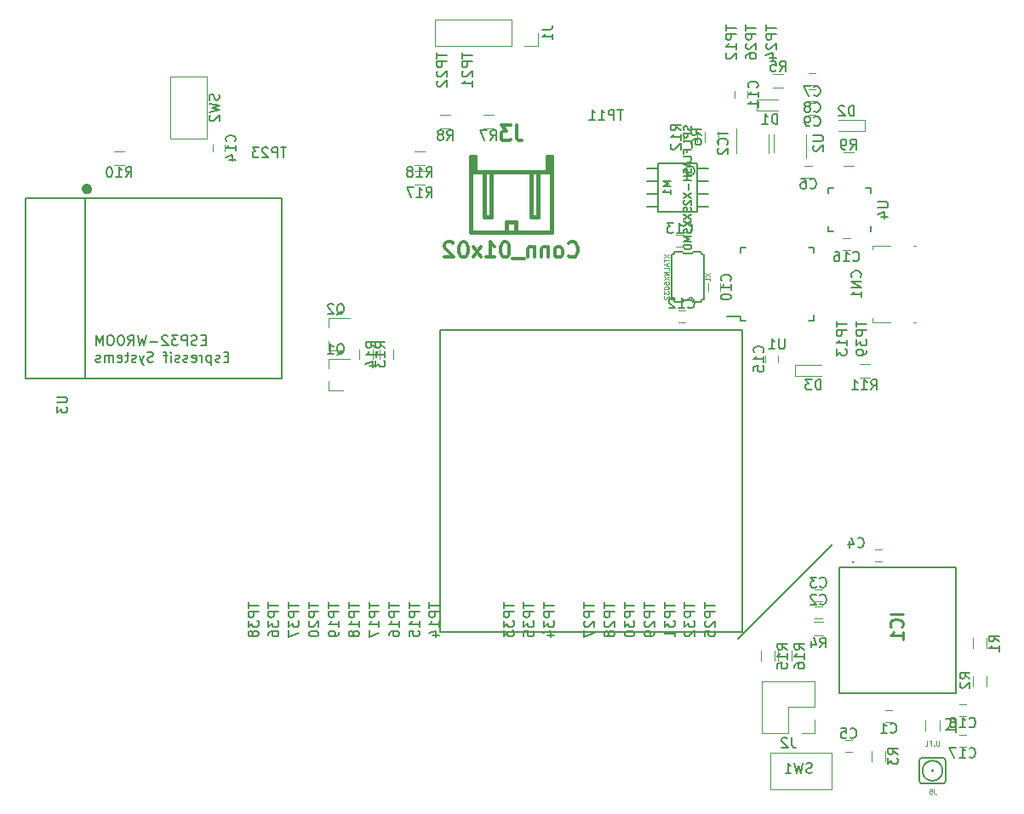
<source format=gbr>
G04 #@! TF.FileFunction,Legend,Bot*
%FSLAX46Y46*%
G04 Gerber Fmt 4.6, Leading zero omitted, Abs format (unit mm)*
G04 Created by KiCad (PCBNEW 4.0.6) date 10/16/17 12:02:40*
%MOMM*%
%LPD*%
G01*
G04 APERTURE LIST*
%ADD10C,0.100000*%
%ADD11C,0.150000*%
%ADD12C,0.120000*%
%ADD13C,0.200000*%
%ADD14C,0.254000*%
%ADD15C,0.500000*%
%ADD16C,0.381000*%
%ADD17C,0.127000*%
%ADD18C,0.099060*%
%ADD19C,0.304800*%
%ADD20C,0.149860*%
G04 APERTURE END LIST*
D10*
D11*
X160050000Y-89150000D02*
X130050000Y-89150000D01*
X160050000Y-119150000D02*
X160050000Y-89150000D01*
X130050000Y-119150000D02*
X160050000Y-119150000D01*
X130050000Y-89150000D02*
X130050000Y-119150000D01*
X159650000Y-119850000D02*
X169050000Y-110450000D01*
D12*
X174300000Y-128150000D02*
X175000000Y-128150000D01*
X175000000Y-126950000D02*
X174300000Y-126950000D01*
X168000000Y-116650000D02*
X167300000Y-116650000D01*
X167300000Y-117850000D02*
X168000000Y-117850000D01*
X168000000Y-114950000D02*
X167300000Y-114950000D01*
X167300000Y-116150000D02*
X168000000Y-116150000D01*
X174000000Y-110950000D02*
X173300000Y-110950000D01*
X173300000Y-112150000D02*
X174000000Y-112150000D01*
X171000000Y-129950000D02*
X170300000Y-129950000D01*
X170300000Y-131150000D02*
X171000000Y-131150000D01*
X166300000Y-73950000D02*
X167000000Y-73950000D01*
X167000000Y-72750000D02*
X166300000Y-72750000D01*
X166700000Y-64750000D02*
X167400000Y-64750000D01*
X167400000Y-63550000D02*
X166700000Y-63550000D01*
X166700000Y-66350000D02*
X167400000Y-66350000D01*
X167400000Y-65150000D02*
X166700000Y-65150000D01*
X166700000Y-67750000D02*
X167400000Y-67750000D01*
X167400000Y-66550000D02*
X166700000Y-66550000D01*
X157850000Y-85200000D02*
X157850000Y-84500000D01*
X156650000Y-84500000D02*
X156650000Y-85200000D01*
X160550000Y-66000000D02*
X160550000Y-65300000D01*
X159350000Y-65300000D02*
X159350000Y-66000000D01*
X154400000Y-87150000D02*
X153700000Y-87150000D01*
X153700000Y-88350000D02*
X154400000Y-88350000D01*
X154200000Y-79650000D02*
X153500000Y-79650000D01*
X153500000Y-80850000D02*
X154200000Y-80850000D01*
X161550000Y-67320000D02*
X161550000Y-66180000D01*
X161550000Y-66180000D02*
X163650000Y-66180000D01*
X161550000Y-67320000D02*
X163650000Y-67320000D01*
X172255000Y-68255000D02*
X172255000Y-69355000D01*
X172255000Y-69355000D02*
X169655000Y-69355000D01*
X172255000Y-68255000D02*
X169655000Y-68255000D01*
D13*
X181300000Y-112750000D02*
X169700000Y-112750000D01*
X169700000Y-112750000D02*
X169700000Y-125250000D01*
X169700000Y-125250000D02*
X181300000Y-125250000D01*
X181300000Y-125250000D02*
X181300000Y-112750000D01*
D14*
X171112000Y-112238000D02*
G75*
G03X171112000Y-112238000I-45000J0D01*
G01*
D12*
X162710000Y-69690000D02*
X162710000Y-71490000D01*
X159490000Y-71490000D02*
X159490000Y-69040000D01*
D11*
X179100000Y-133000000D02*
G75*
G03X179100000Y-133000000I-100000J0D01*
G01*
X180000000Y-133000000D02*
G75*
G03X180000000Y-133000000I-1000000J0D01*
G01*
X177700000Y-132000000D02*
X177700000Y-134000000D01*
X180000000Y-131700000D02*
X178000000Y-131700000D01*
X180300000Y-134000000D02*
X180300000Y-132000000D01*
X178000000Y-134300000D02*
X180000000Y-134300000D01*
X177700000Y-132000000D02*
G75*
G02X178000000Y-131700000I300000J0D01*
G01*
X180000000Y-131700000D02*
G75*
G02X180300000Y-132000000I0J-300000D01*
G01*
X180300000Y-134000000D02*
G75*
G02X180000000Y-134300000I-300000J0D01*
G01*
X178000000Y-134300000D02*
G75*
G02X177700000Y-134000000I0J300000D01*
G01*
D12*
X183030000Y-119810000D02*
X183030000Y-120810000D01*
X184390000Y-120810000D02*
X184390000Y-119810000D01*
X184390000Y-124620000D02*
X184390000Y-123620000D01*
X183030000Y-123620000D02*
X183030000Y-124620000D01*
X172970000Y-131050000D02*
X172970000Y-132050000D01*
X174330000Y-132050000D02*
X174330000Y-131050000D01*
X168150000Y-118170000D02*
X167150000Y-118170000D01*
X167150000Y-119530000D02*
X168150000Y-119530000D01*
X163150000Y-65030000D02*
X164150000Y-65030000D01*
X164150000Y-63670000D02*
X163150000Y-63670000D01*
X157680000Y-70400000D02*
X157680000Y-69400000D01*
X156320000Y-69400000D02*
X156320000Y-70400000D01*
X135350000Y-67670000D02*
X134350000Y-67670000D01*
X134350000Y-69030000D02*
X135350000Y-69030000D01*
X131050000Y-67670000D02*
X130050000Y-67670000D01*
X130050000Y-69030000D02*
X131050000Y-69030000D01*
X168990000Y-131200000D02*
X162870000Y-131200000D01*
X162870000Y-131200000D02*
X162870000Y-134820000D01*
X162870000Y-134820000D02*
X168990000Y-134820000D01*
X168990000Y-134820000D02*
X168990000Y-131200000D01*
D11*
X159925000Y-88175000D02*
X159925000Y-87750000D01*
X167175000Y-88175000D02*
X167175000Y-87650000D01*
X167175000Y-80925000D02*
X167175000Y-81450000D01*
X159925000Y-80925000D02*
X159925000Y-81450000D01*
X159925000Y-88175000D02*
X160450000Y-88175000D01*
X159925000Y-80925000D02*
X160450000Y-80925000D01*
X167175000Y-80925000D02*
X166650000Y-80925000D01*
X167175000Y-88175000D02*
X166650000Y-88175000D01*
X159925000Y-87750000D02*
X158550000Y-87750000D01*
D15*
X95179981Y-75094000D02*
G75*
G03X95179981Y-75094000I-283981J0D01*
G01*
D11*
X94750000Y-94000000D02*
X94750000Y-76000000D01*
X88750000Y-76000000D02*
X114250000Y-76000000D01*
X88750000Y-94000000D02*
X114250000Y-94000000D01*
X114250000Y-94000000D02*
X114250000Y-76000000D01*
X88750000Y-94000000D02*
X88750000Y-76000000D01*
D12*
X163170000Y-71420000D02*
X163170000Y-69620000D01*
X166390000Y-69620000D02*
X166390000Y-72070000D01*
D11*
X156250000Y-81650000D02*
G75*
G02X155950000Y-81350000I0J300000D01*
G01*
X155950000Y-86350000D02*
G75*
G02X156250000Y-86050000I300000J0D01*
G01*
X156250000Y-86050000D02*
X156250000Y-81650000D01*
X155150000Y-86350000D02*
X155950000Y-86350000D01*
X155150000Y-81350000D02*
X155950000Y-81350000D01*
X154250000Y-81550000D02*
X155050000Y-81550000D01*
X154250000Y-81550000D02*
X154150000Y-81350000D01*
X155050000Y-81550000D02*
X155150000Y-81350000D01*
X153350000Y-81350000D02*
X154150000Y-81350000D01*
X153350000Y-81350000D02*
G75*
G02X153050000Y-81650000I-300000J0D01*
G01*
X153050000Y-86050000D02*
X153050000Y-81650000D01*
X153350000Y-86350000D02*
X154150000Y-86350000D01*
X153050000Y-86050000D02*
G75*
G02X153350000Y-86350000I0J-300000D01*
G01*
X154150000Y-86350000D02*
X154250000Y-86150000D01*
X155150000Y-86350000D02*
X155050000Y-86150000D01*
X154250000Y-86150000D02*
X155050000Y-86150000D01*
D12*
X108600000Y-71350000D02*
X108600000Y-70650000D01*
X107400000Y-70650000D02*
X107400000Y-71350000D01*
X162400000Y-91650000D02*
X162400000Y-92350000D01*
X163600000Y-92350000D02*
X163600000Y-91650000D01*
X170100000Y-81200000D02*
X170800000Y-81200000D01*
X170800000Y-80000000D02*
X170100000Y-80000000D01*
X165365000Y-93720000D02*
X165365000Y-92620000D01*
X165365000Y-92620000D02*
X167965000Y-92620000D01*
X165365000Y-93720000D02*
X167965000Y-93720000D01*
D16*
X141098220Y-79402220D02*
X141098220Y-71901600D01*
X133097220Y-71901600D02*
X133097220Y-79402220D01*
X133097220Y-71901600D02*
X133498540Y-71901600D01*
X133297880Y-73402740D02*
X133297880Y-71901600D01*
X133498540Y-71901600D02*
X133498540Y-73402740D01*
X140897560Y-71901600D02*
X140897560Y-73402740D01*
X140696900Y-73402740D02*
X140696900Y-71901600D01*
X140696900Y-71901600D02*
X141098220Y-71901600D01*
X137598100Y-79402220D02*
X137598100Y-78401460D01*
X137598100Y-78401460D02*
X136597340Y-78401460D01*
X136597340Y-78401460D02*
X136597340Y-79402220D01*
X139096700Y-73402740D02*
X139096700Y-77901080D01*
X139096700Y-77901080D02*
X139797740Y-77901080D01*
X139797740Y-77901080D02*
X139797740Y-73402740D01*
X135098740Y-73402740D02*
X135098740Y-77901080D01*
X135098740Y-77901080D02*
X134397700Y-77901080D01*
X134397700Y-77901080D02*
X134397700Y-73402740D01*
X141098220Y-79402220D02*
X133097220Y-79402220D01*
X133097220Y-73402740D02*
X141098220Y-73402740D01*
X138398200Y-79402220D02*
X138697920Y-79402220D01*
D17*
X151668800Y-72537000D02*
X155631200Y-72537000D01*
X155631200Y-72537000D02*
X155631200Y-77363000D01*
X155631200Y-77363000D02*
X151668800Y-77363000D01*
X151668800Y-77363000D02*
X151668800Y-72537000D01*
X151668800Y-73045000D02*
X150576600Y-73045000D01*
X151668800Y-74315000D02*
X150576600Y-74315000D01*
X151668800Y-75585000D02*
X150576600Y-75585000D01*
X150576600Y-76855000D02*
X151668800Y-76855000D01*
X155631200Y-76855000D02*
X156723400Y-76855000D01*
X156723400Y-75585000D02*
X155631200Y-75585000D01*
X156723400Y-74315000D02*
X155631200Y-74315000D01*
X156723400Y-73045000D02*
X155631200Y-73045000D01*
X155367067Y-73273600D02*
G75*
G03X155367067Y-73273600I-472467J0D01*
G01*
D12*
X118890000Y-95130000D02*
X118890000Y-94200000D01*
X118890000Y-91970000D02*
X118890000Y-92900000D01*
X118890000Y-91970000D02*
X121050000Y-91970000D01*
X118890000Y-95130000D02*
X120350000Y-95130000D01*
X118890000Y-91130000D02*
X118890000Y-90200000D01*
X118890000Y-87970000D02*
X118890000Y-88900000D01*
X118890000Y-87970000D02*
X121050000Y-87970000D01*
X118890000Y-91130000D02*
X120350000Y-91130000D01*
X170150000Y-72830000D02*
X171150000Y-72830000D01*
X171150000Y-71470000D02*
X170150000Y-71470000D01*
X98600000Y-71320000D02*
X97600000Y-71320000D01*
X97600000Y-72680000D02*
X98600000Y-72680000D01*
X172745000Y-92490000D02*
X171745000Y-92490000D01*
X171745000Y-93850000D02*
X172745000Y-93850000D01*
X155630000Y-70400000D02*
X155630000Y-69400000D01*
X154270000Y-69400000D02*
X154270000Y-70400000D01*
X121970000Y-91050000D02*
X121970000Y-92050000D01*
X123330000Y-92050000D02*
X123330000Y-91050000D01*
X125330000Y-92050000D02*
X125330000Y-91050000D01*
X123970000Y-91050000D02*
X123970000Y-92050000D01*
X106810000Y-70060000D02*
X106810000Y-63940000D01*
X106810000Y-63940000D02*
X103190000Y-63940000D01*
X103190000Y-63940000D02*
X103190000Y-70060000D01*
X103190000Y-70060000D02*
X106810000Y-70060000D01*
D11*
X172900000Y-75000000D02*
X172375000Y-75000000D01*
X168600000Y-79300000D02*
X169125000Y-79300000D01*
X168600000Y-75000000D02*
X169125000Y-75000000D01*
X172900000Y-79300000D02*
X172900000Y-78775000D01*
X168600000Y-79300000D02*
X168600000Y-78775000D01*
X168600000Y-75000000D02*
X168600000Y-75525000D01*
X172900000Y-75000000D02*
X172900000Y-75525000D01*
D12*
X181650000Y-130600000D02*
X182350000Y-130600000D01*
X182350000Y-129400000D02*
X181650000Y-129400000D01*
X181650000Y-127600000D02*
X182350000Y-127600000D01*
X182350000Y-126400000D02*
X181650000Y-126400000D01*
X178320000Y-128000000D02*
X178320000Y-129000000D01*
X179680000Y-129000000D02*
X179680000Y-128000000D01*
X167260000Y-126660000D02*
X167260000Y-124060000D01*
X167260000Y-124060000D02*
X162060000Y-124060000D01*
X162060000Y-124060000D02*
X162060000Y-129260000D01*
X162060000Y-129260000D02*
X164660000Y-129260000D01*
X164660000Y-129260000D02*
X164660000Y-126660000D01*
X164660000Y-126660000D02*
X167260000Y-126660000D01*
X167260000Y-127930000D02*
X167260000Y-129260000D01*
X167260000Y-129260000D02*
X165990000Y-129260000D01*
X137170000Y-60880000D02*
X129490000Y-60880000D01*
X129490000Y-60880000D02*
X129490000Y-58220000D01*
X129490000Y-58220000D02*
X137170000Y-58220000D01*
X137170000Y-58220000D02*
X137170000Y-60880000D01*
X138440000Y-60880000D02*
X139770000Y-60880000D01*
X139770000Y-60880000D02*
X139770000Y-59550000D01*
X173040000Y-88360000D02*
X173040000Y-87980000D01*
X177090000Y-88360000D02*
X177350000Y-88360000D01*
X173040000Y-88360000D02*
X174810000Y-88360000D01*
X173040000Y-80740000D02*
X173040000Y-81120000D01*
X174810000Y-80740000D02*
X173040000Y-80740000D01*
X177350000Y-80740000D02*
X177090000Y-80740000D01*
X161970000Y-121080000D02*
X161970000Y-122080000D01*
X163330000Y-122080000D02*
X163330000Y-121080000D01*
X163670000Y-121080000D02*
X163670000Y-122080000D01*
X165030000Y-122080000D02*
X165030000Y-121080000D01*
X128500000Y-73320000D02*
X127500000Y-73320000D01*
X127500000Y-74680000D02*
X128500000Y-74680000D01*
X128500000Y-71320000D02*
X127500000Y-71320000D01*
X127500000Y-72680000D02*
X128500000Y-72680000D01*
D11*
X174816666Y-129157143D02*
X174864285Y-129204762D01*
X175007142Y-129252381D01*
X175102380Y-129252381D01*
X175245238Y-129204762D01*
X175340476Y-129109524D01*
X175388095Y-129014286D01*
X175435714Y-128823810D01*
X175435714Y-128680952D01*
X175388095Y-128490476D01*
X175340476Y-128395238D01*
X175245238Y-128300000D01*
X175102380Y-128252381D01*
X175007142Y-128252381D01*
X174864285Y-128300000D01*
X174816666Y-128347619D01*
X173864285Y-129252381D02*
X174435714Y-129252381D01*
X174150000Y-129252381D02*
X174150000Y-128252381D01*
X174245238Y-128395238D01*
X174340476Y-128490476D01*
X174435714Y-128538095D01*
X167816666Y-116357143D02*
X167864285Y-116404762D01*
X168007142Y-116452381D01*
X168102380Y-116452381D01*
X168245238Y-116404762D01*
X168340476Y-116309524D01*
X168388095Y-116214286D01*
X168435714Y-116023810D01*
X168435714Y-115880952D01*
X168388095Y-115690476D01*
X168340476Y-115595238D01*
X168245238Y-115500000D01*
X168102380Y-115452381D01*
X168007142Y-115452381D01*
X167864285Y-115500000D01*
X167816666Y-115547619D01*
X167435714Y-115547619D02*
X167388095Y-115500000D01*
X167292857Y-115452381D01*
X167054761Y-115452381D01*
X166959523Y-115500000D01*
X166911904Y-115547619D01*
X166864285Y-115642857D01*
X166864285Y-115738095D01*
X166911904Y-115880952D01*
X167483333Y-116452381D01*
X166864285Y-116452381D01*
X167816666Y-114657143D02*
X167864285Y-114704762D01*
X168007142Y-114752381D01*
X168102380Y-114752381D01*
X168245238Y-114704762D01*
X168340476Y-114609524D01*
X168388095Y-114514286D01*
X168435714Y-114323810D01*
X168435714Y-114180952D01*
X168388095Y-113990476D01*
X168340476Y-113895238D01*
X168245238Y-113800000D01*
X168102380Y-113752381D01*
X168007142Y-113752381D01*
X167864285Y-113800000D01*
X167816666Y-113847619D01*
X167483333Y-113752381D02*
X166864285Y-113752381D01*
X167197619Y-114133333D01*
X167054761Y-114133333D01*
X166959523Y-114180952D01*
X166911904Y-114228571D01*
X166864285Y-114323810D01*
X166864285Y-114561905D01*
X166911904Y-114657143D01*
X166959523Y-114704762D01*
X167054761Y-114752381D01*
X167340476Y-114752381D01*
X167435714Y-114704762D01*
X167483333Y-114657143D01*
X171566666Y-110707143D02*
X171614285Y-110754762D01*
X171757142Y-110802381D01*
X171852380Y-110802381D01*
X171995238Y-110754762D01*
X172090476Y-110659524D01*
X172138095Y-110564286D01*
X172185714Y-110373810D01*
X172185714Y-110230952D01*
X172138095Y-110040476D01*
X172090476Y-109945238D01*
X171995238Y-109850000D01*
X171852380Y-109802381D01*
X171757142Y-109802381D01*
X171614285Y-109850000D01*
X171566666Y-109897619D01*
X170709523Y-110135714D02*
X170709523Y-110802381D01*
X170947619Y-109754762D02*
X171185714Y-110469048D01*
X170566666Y-110469048D01*
X170816666Y-129657143D02*
X170864285Y-129704762D01*
X171007142Y-129752381D01*
X171102380Y-129752381D01*
X171245238Y-129704762D01*
X171340476Y-129609524D01*
X171388095Y-129514286D01*
X171435714Y-129323810D01*
X171435714Y-129180952D01*
X171388095Y-128990476D01*
X171340476Y-128895238D01*
X171245238Y-128800000D01*
X171102380Y-128752381D01*
X171007142Y-128752381D01*
X170864285Y-128800000D01*
X170816666Y-128847619D01*
X169911904Y-128752381D02*
X170388095Y-128752381D01*
X170435714Y-129228571D01*
X170388095Y-129180952D01*
X170292857Y-129133333D01*
X170054761Y-129133333D01*
X169959523Y-129180952D01*
X169911904Y-129228571D01*
X169864285Y-129323810D01*
X169864285Y-129561905D01*
X169911904Y-129657143D01*
X169959523Y-129704762D01*
X170054761Y-129752381D01*
X170292857Y-129752381D01*
X170388095Y-129704762D01*
X170435714Y-129657143D01*
X166816666Y-74957143D02*
X166864285Y-75004762D01*
X167007142Y-75052381D01*
X167102380Y-75052381D01*
X167245238Y-75004762D01*
X167340476Y-74909524D01*
X167388095Y-74814286D01*
X167435714Y-74623810D01*
X167435714Y-74480952D01*
X167388095Y-74290476D01*
X167340476Y-74195238D01*
X167245238Y-74100000D01*
X167102380Y-74052381D01*
X167007142Y-74052381D01*
X166864285Y-74100000D01*
X166816666Y-74147619D01*
X165959523Y-74052381D02*
X166150000Y-74052381D01*
X166245238Y-74100000D01*
X166292857Y-74147619D01*
X166388095Y-74290476D01*
X166435714Y-74480952D01*
X166435714Y-74861905D01*
X166388095Y-74957143D01*
X166340476Y-75004762D01*
X166245238Y-75052381D01*
X166054761Y-75052381D01*
X165959523Y-75004762D01*
X165911904Y-74957143D01*
X165864285Y-74861905D01*
X165864285Y-74623810D01*
X165911904Y-74528571D01*
X165959523Y-74480952D01*
X166054761Y-74433333D01*
X166245238Y-74433333D01*
X166340476Y-74480952D01*
X166388095Y-74528571D01*
X166435714Y-74623810D01*
X167216666Y-65757143D02*
X167264285Y-65804762D01*
X167407142Y-65852381D01*
X167502380Y-65852381D01*
X167645238Y-65804762D01*
X167740476Y-65709524D01*
X167788095Y-65614286D01*
X167835714Y-65423810D01*
X167835714Y-65280952D01*
X167788095Y-65090476D01*
X167740476Y-64995238D01*
X167645238Y-64900000D01*
X167502380Y-64852381D01*
X167407142Y-64852381D01*
X167264285Y-64900000D01*
X167216666Y-64947619D01*
X166883333Y-64852381D02*
X166216666Y-64852381D01*
X166645238Y-65852381D01*
X167216666Y-67357143D02*
X167264285Y-67404762D01*
X167407142Y-67452381D01*
X167502380Y-67452381D01*
X167645238Y-67404762D01*
X167740476Y-67309524D01*
X167788095Y-67214286D01*
X167835714Y-67023810D01*
X167835714Y-66880952D01*
X167788095Y-66690476D01*
X167740476Y-66595238D01*
X167645238Y-66500000D01*
X167502380Y-66452381D01*
X167407142Y-66452381D01*
X167264285Y-66500000D01*
X167216666Y-66547619D01*
X166645238Y-66880952D02*
X166740476Y-66833333D01*
X166788095Y-66785714D01*
X166835714Y-66690476D01*
X166835714Y-66642857D01*
X166788095Y-66547619D01*
X166740476Y-66500000D01*
X166645238Y-66452381D01*
X166454761Y-66452381D01*
X166359523Y-66500000D01*
X166311904Y-66547619D01*
X166264285Y-66642857D01*
X166264285Y-66690476D01*
X166311904Y-66785714D01*
X166359523Y-66833333D01*
X166454761Y-66880952D01*
X166645238Y-66880952D01*
X166740476Y-66928571D01*
X166788095Y-66976190D01*
X166835714Y-67071429D01*
X166835714Y-67261905D01*
X166788095Y-67357143D01*
X166740476Y-67404762D01*
X166645238Y-67452381D01*
X166454761Y-67452381D01*
X166359523Y-67404762D01*
X166311904Y-67357143D01*
X166264285Y-67261905D01*
X166264285Y-67071429D01*
X166311904Y-66976190D01*
X166359523Y-66928571D01*
X166454761Y-66880952D01*
X167216666Y-68757143D02*
X167264285Y-68804762D01*
X167407142Y-68852381D01*
X167502380Y-68852381D01*
X167645238Y-68804762D01*
X167740476Y-68709524D01*
X167788095Y-68614286D01*
X167835714Y-68423810D01*
X167835714Y-68280952D01*
X167788095Y-68090476D01*
X167740476Y-67995238D01*
X167645238Y-67900000D01*
X167502380Y-67852381D01*
X167407142Y-67852381D01*
X167264285Y-67900000D01*
X167216666Y-67947619D01*
X166740476Y-68852381D02*
X166550000Y-68852381D01*
X166454761Y-68804762D01*
X166407142Y-68757143D01*
X166311904Y-68614286D01*
X166264285Y-68423810D01*
X166264285Y-68042857D01*
X166311904Y-67947619D01*
X166359523Y-67900000D01*
X166454761Y-67852381D01*
X166645238Y-67852381D01*
X166740476Y-67900000D01*
X166788095Y-67947619D01*
X166835714Y-68042857D01*
X166835714Y-68280952D01*
X166788095Y-68376190D01*
X166740476Y-68423810D01*
X166645238Y-68471429D01*
X166454761Y-68471429D01*
X166359523Y-68423810D01*
X166311904Y-68376190D01*
X166264285Y-68280952D01*
X158857143Y-84207143D02*
X158904762Y-84159524D01*
X158952381Y-84016667D01*
X158952381Y-83921429D01*
X158904762Y-83778571D01*
X158809524Y-83683333D01*
X158714286Y-83635714D01*
X158523810Y-83588095D01*
X158380952Y-83588095D01*
X158190476Y-83635714D01*
X158095238Y-83683333D01*
X158000000Y-83778571D01*
X157952381Y-83921429D01*
X157952381Y-84016667D01*
X158000000Y-84159524D01*
X158047619Y-84207143D01*
X158952381Y-85159524D02*
X158952381Y-84588095D01*
X158952381Y-84873809D02*
X157952381Y-84873809D01*
X158095238Y-84778571D01*
X158190476Y-84683333D01*
X158238095Y-84588095D01*
X157952381Y-85778571D02*
X157952381Y-85873810D01*
X158000000Y-85969048D01*
X158047619Y-86016667D01*
X158142857Y-86064286D01*
X158333333Y-86111905D01*
X158571429Y-86111905D01*
X158761905Y-86064286D01*
X158857143Y-86016667D01*
X158904762Y-85969048D01*
X158952381Y-85873810D01*
X158952381Y-85778571D01*
X158904762Y-85683333D01*
X158857143Y-85635714D01*
X158761905Y-85588095D01*
X158571429Y-85540476D01*
X158333333Y-85540476D01*
X158142857Y-85588095D01*
X158047619Y-85635714D01*
X158000000Y-85683333D01*
X157952381Y-85778571D01*
X161557143Y-65007143D02*
X161604762Y-64959524D01*
X161652381Y-64816667D01*
X161652381Y-64721429D01*
X161604762Y-64578571D01*
X161509524Y-64483333D01*
X161414286Y-64435714D01*
X161223810Y-64388095D01*
X161080952Y-64388095D01*
X160890476Y-64435714D01*
X160795238Y-64483333D01*
X160700000Y-64578571D01*
X160652381Y-64721429D01*
X160652381Y-64816667D01*
X160700000Y-64959524D01*
X160747619Y-65007143D01*
X161652381Y-65959524D02*
X161652381Y-65388095D01*
X161652381Y-65673809D02*
X160652381Y-65673809D01*
X160795238Y-65578571D01*
X160890476Y-65483333D01*
X160938095Y-65388095D01*
X161652381Y-66911905D02*
X161652381Y-66340476D01*
X161652381Y-66626190D02*
X160652381Y-66626190D01*
X160795238Y-66530952D01*
X160890476Y-66435714D01*
X160938095Y-66340476D01*
X154692857Y-86857143D02*
X154740476Y-86904762D01*
X154883333Y-86952381D01*
X154978571Y-86952381D01*
X155121429Y-86904762D01*
X155216667Y-86809524D01*
X155264286Y-86714286D01*
X155311905Y-86523810D01*
X155311905Y-86380952D01*
X155264286Y-86190476D01*
X155216667Y-86095238D01*
X155121429Y-86000000D01*
X154978571Y-85952381D01*
X154883333Y-85952381D01*
X154740476Y-86000000D01*
X154692857Y-86047619D01*
X153740476Y-86952381D02*
X154311905Y-86952381D01*
X154026191Y-86952381D02*
X154026191Y-85952381D01*
X154121429Y-86095238D01*
X154216667Y-86190476D01*
X154311905Y-86238095D01*
X153359524Y-86047619D02*
X153311905Y-86000000D01*
X153216667Y-85952381D01*
X152978571Y-85952381D01*
X152883333Y-86000000D01*
X152835714Y-86047619D01*
X152788095Y-86142857D01*
X152788095Y-86238095D01*
X152835714Y-86380952D01*
X153407143Y-86952381D01*
X152788095Y-86952381D01*
X154492857Y-79357143D02*
X154540476Y-79404762D01*
X154683333Y-79452381D01*
X154778571Y-79452381D01*
X154921429Y-79404762D01*
X155016667Y-79309524D01*
X155064286Y-79214286D01*
X155111905Y-79023810D01*
X155111905Y-78880952D01*
X155064286Y-78690476D01*
X155016667Y-78595238D01*
X154921429Y-78500000D01*
X154778571Y-78452381D01*
X154683333Y-78452381D01*
X154540476Y-78500000D01*
X154492857Y-78547619D01*
X153540476Y-79452381D02*
X154111905Y-79452381D01*
X153826191Y-79452381D02*
X153826191Y-78452381D01*
X153921429Y-78595238D01*
X154016667Y-78690476D01*
X154111905Y-78738095D01*
X153207143Y-78452381D02*
X152588095Y-78452381D01*
X152921429Y-78833333D01*
X152778571Y-78833333D01*
X152683333Y-78880952D01*
X152635714Y-78928571D01*
X152588095Y-79023810D01*
X152588095Y-79261905D01*
X152635714Y-79357143D01*
X152683333Y-79404762D01*
X152778571Y-79452381D01*
X153064286Y-79452381D01*
X153159524Y-79404762D01*
X153207143Y-79357143D01*
X163588095Y-68602381D02*
X163588095Y-67602381D01*
X163350000Y-67602381D01*
X163207142Y-67650000D01*
X163111904Y-67745238D01*
X163064285Y-67840476D01*
X163016666Y-68030952D01*
X163016666Y-68173810D01*
X163064285Y-68364286D01*
X163111904Y-68459524D01*
X163207142Y-68554762D01*
X163350000Y-68602381D01*
X163588095Y-68602381D01*
X162064285Y-68602381D02*
X162635714Y-68602381D01*
X162350000Y-68602381D02*
X162350000Y-67602381D01*
X162445238Y-67745238D01*
X162540476Y-67840476D01*
X162635714Y-67888095D01*
X171193095Y-67807381D02*
X171193095Y-66807381D01*
X170955000Y-66807381D01*
X170812142Y-66855000D01*
X170716904Y-66950238D01*
X170669285Y-67045476D01*
X170621666Y-67235952D01*
X170621666Y-67378810D01*
X170669285Y-67569286D01*
X170716904Y-67664524D01*
X170812142Y-67759762D01*
X170955000Y-67807381D01*
X171193095Y-67807381D01*
X170240714Y-66902619D02*
X170193095Y-66855000D01*
X170097857Y-66807381D01*
X169859761Y-66807381D01*
X169764523Y-66855000D01*
X169716904Y-66902619D01*
X169669285Y-66997857D01*
X169669285Y-67093095D01*
X169716904Y-67235952D01*
X170288333Y-67807381D01*
X169669285Y-67807381D01*
D14*
X176055824Y-117376848D02*
X174785824Y-117376848D01*
X175934871Y-118707324D02*
X175995348Y-118646848D01*
X176055824Y-118465419D01*
X176055824Y-118344467D01*
X175995348Y-118163039D01*
X175874395Y-118042086D01*
X175753443Y-117981610D01*
X175511538Y-117921134D01*
X175330110Y-117921134D01*
X175088205Y-117981610D01*
X174967252Y-118042086D01*
X174846300Y-118163039D01*
X174785824Y-118344467D01*
X174785824Y-118465419D01*
X174846300Y-118646848D01*
X174906776Y-118707324D01*
X176055824Y-119916848D02*
X176055824Y-119191134D01*
X176055824Y-119553991D02*
X174785824Y-119553991D01*
X174967252Y-119433039D01*
X175088205Y-119312086D01*
X175148681Y-119191134D01*
D11*
X158652381Y-69613810D02*
X157652381Y-69613810D01*
X158557143Y-70661429D02*
X158604762Y-70613810D01*
X158652381Y-70470953D01*
X158652381Y-70375715D01*
X158604762Y-70232857D01*
X158509524Y-70137619D01*
X158414286Y-70090000D01*
X158223810Y-70042381D01*
X158080952Y-70042381D01*
X157890476Y-70090000D01*
X157795238Y-70137619D01*
X157700000Y-70232857D01*
X157652381Y-70375715D01*
X157652381Y-70470953D01*
X157700000Y-70613810D01*
X157747619Y-70661429D01*
X157747619Y-71042381D02*
X157700000Y-71090000D01*
X157652381Y-71185238D01*
X157652381Y-71423334D01*
X157700000Y-71518572D01*
X157747619Y-71566191D01*
X157842857Y-71613810D01*
X157938095Y-71613810D01*
X158080952Y-71566191D01*
X158652381Y-70994762D01*
X158652381Y-71613810D01*
D10*
X179166666Y-134826190D02*
X179166666Y-135183333D01*
X179190476Y-135254762D01*
X179238095Y-135302381D01*
X179309523Y-135326190D01*
X179357142Y-135326190D01*
X178690476Y-134826190D02*
X178928571Y-134826190D01*
X178952381Y-135064286D01*
X178928571Y-135040476D01*
X178880952Y-135016667D01*
X178761905Y-135016667D01*
X178714286Y-135040476D01*
X178690476Y-135064286D01*
X178666667Y-135111905D01*
X178666667Y-135230952D01*
X178690476Y-135278571D01*
X178714286Y-135302381D01*
X178761905Y-135326190D01*
X178880952Y-135326190D01*
X178928571Y-135302381D01*
X178952381Y-135278571D01*
X179678571Y-130026190D02*
X179678571Y-130430952D01*
X179654762Y-130478571D01*
X179630952Y-130502381D01*
X179583333Y-130526190D01*
X179488095Y-130526190D01*
X179440476Y-130502381D01*
X179416667Y-130478571D01*
X179392857Y-130430952D01*
X179392857Y-130026190D01*
X179154761Y-130478571D02*
X179130952Y-130502381D01*
X179154761Y-130526190D01*
X179178571Y-130502381D01*
X179154761Y-130478571D01*
X179154761Y-130526190D01*
X178750000Y-130264286D02*
X178916666Y-130264286D01*
X178916666Y-130526190D02*
X178916666Y-130026190D01*
X178678571Y-130026190D01*
X178250000Y-130526190D02*
X178488095Y-130526190D01*
X178488095Y-130026190D01*
D11*
X185612381Y-120143334D02*
X185136190Y-119810000D01*
X185612381Y-119571905D02*
X184612381Y-119571905D01*
X184612381Y-119952858D01*
X184660000Y-120048096D01*
X184707619Y-120095715D01*
X184802857Y-120143334D01*
X184945714Y-120143334D01*
X185040952Y-120095715D01*
X185088571Y-120048096D01*
X185136190Y-119952858D01*
X185136190Y-119571905D01*
X185612381Y-121095715D02*
X185612381Y-120524286D01*
X185612381Y-120810000D02*
X184612381Y-120810000D01*
X184755238Y-120714762D01*
X184850476Y-120619524D01*
X184898095Y-120524286D01*
X182712381Y-123823334D02*
X182236190Y-123490000D01*
X182712381Y-123251905D02*
X181712381Y-123251905D01*
X181712381Y-123632858D01*
X181760000Y-123728096D01*
X181807619Y-123775715D01*
X181902857Y-123823334D01*
X182045714Y-123823334D01*
X182140952Y-123775715D01*
X182188571Y-123728096D01*
X182236190Y-123632858D01*
X182236190Y-123251905D01*
X181807619Y-124204286D02*
X181760000Y-124251905D01*
X181712381Y-124347143D01*
X181712381Y-124585239D01*
X181760000Y-124680477D01*
X181807619Y-124728096D01*
X181902857Y-124775715D01*
X181998095Y-124775715D01*
X182140952Y-124728096D01*
X182712381Y-124156667D01*
X182712381Y-124775715D01*
X175552381Y-131383334D02*
X175076190Y-131050000D01*
X175552381Y-130811905D02*
X174552381Y-130811905D01*
X174552381Y-131192858D01*
X174600000Y-131288096D01*
X174647619Y-131335715D01*
X174742857Y-131383334D01*
X174885714Y-131383334D01*
X174980952Y-131335715D01*
X175028571Y-131288096D01*
X175076190Y-131192858D01*
X175076190Y-130811905D01*
X174552381Y-131716667D02*
X174552381Y-132335715D01*
X174933333Y-132002381D01*
X174933333Y-132145239D01*
X174980952Y-132240477D01*
X175028571Y-132288096D01*
X175123810Y-132335715D01*
X175361905Y-132335715D01*
X175457143Y-132288096D01*
X175504762Y-132240477D01*
X175552381Y-132145239D01*
X175552381Y-131859524D01*
X175504762Y-131764286D01*
X175457143Y-131716667D01*
X167816666Y-120752381D02*
X168150000Y-120276190D01*
X168388095Y-120752381D02*
X168388095Y-119752381D01*
X168007142Y-119752381D01*
X167911904Y-119800000D01*
X167864285Y-119847619D01*
X167816666Y-119942857D01*
X167816666Y-120085714D01*
X167864285Y-120180952D01*
X167911904Y-120228571D01*
X168007142Y-120276190D01*
X168388095Y-120276190D01*
X166959523Y-120085714D02*
X166959523Y-120752381D01*
X167197619Y-119704762D02*
X167435714Y-120419048D01*
X166816666Y-120419048D01*
X163816666Y-63352381D02*
X164150000Y-62876190D01*
X164388095Y-63352381D02*
X164388095Y-62352381D01*
X164007142Y-62352381D01*
X163911904Y-62400000D01*
X163864285Y-62447619D01*
X163816666Y-62542857D01*
X163816666Y-62685714D01*
X163864285Y-62780952D01*
X163911904Y-62828571D01*
X164007142Y-62876190D01*
X164388095Y-62876190D01*
X162911904Y-62352381D02*
X163388095Y-62352381D01*
X163435714Y-62828571D01*
X163388095Y-62780952D01*
X163292857Y-62733333D01*
X163054761Y-62733333D01*
X162959523Y-62780952D01*
X162911904Y-62828571D01*
X162864285Y-62923810D01*
X162864285Y-63161905D01*
X162911904Y-63257143D01*
X162959523Y-63304762D01*
X163054761Y-63352381D01*
X163292857Y-63352381D01*
X163388095Y-63304762D01*
X163435714Y-63257143D01*
X156002381Y-69733334D02*
X155526190Y-69400000D01*
X156002381Y-69161905D02*
X155002381Y-69161905D01*
X155002381Y-69542858D01*
X155050000Y-69638096D01*
X155097619Y-69685715D01*
X155192857Y-69733334D01*
X155335714Y-69733334D01*
X155430952Y-69685715D01*
X155478571Y-69638096D01*
X155526190Y-69542858D01*
X155526190Y-69161905D01*
X155002381Y-70590477D02*
X155002381Y-70400000D01*
X155050000Y-70304762D01*
X155097619Y-70257143D01*
X155240476Y-70161905D01*
X155430952Y-70114286D01*
X155811905Y-70114286D01*
X155907143Y-70161905D01*
X155954762Y-70209524D01*
X156002381Y-70304762D01*
X156002381Y-70495239D01*
X155954762Y-70590477D01*
X155907143Y-70638096D01*
X155811905Y-70685715D01*
X155573810Y-70685715D01*
X155478571Y-70638096D01*
X155430952Y-70590477D01*
X155383333Y-70495239D01*
X155383333Y-70304762D01*
X155430952Y-70209524D01*
X155478571Y-70161905D01*
X155573810Y-70114286D01*
X135016666Y-70252381D02*
X135350000Y-69776190D01*
X135588095Y-70252381D02*
X135588095Y-69252381D01*
X135207142Y-69252381D01*
X135111904Y-69300000D01*
X135064285Y-69347619D01*
X135016666Y-69442857D01*
X135016666Y-69585714D01*
X135064285Y-69680952D01*
X135111904Y-69728571D01*
X135207142Y-69776190D01*
X135588095Y-69776190D01*
X134683333Y-69252381D02*
X134016666Y-69252381D01*
X134445238Y-70252381D01*
X130716666Y-70252381D02*
X131050000Y-69776190D01*
X131288095Y-70252381D02*
X131288095Y-69252381D01*
X130907142Y-69252381D01*
X130811904Y-69300000D01*
X130764285Y-69347619D01*
X130716666Y-69442857D01*
X130716666Y-69585714D01*
X130764285Y-69680952D01*
X130811904Y-69728571D01*
X130907142Y-69776190D01*
X131288095Y-69776190D01*
X130145238Y-69680952D02*
X130240476Y-69633333D01*
X130288095Y-69585714D01*
X130335714Y-69490476D01*
X130335714Y-69442857D01*
X130288095Y-69347619D01*
X130240476Y-69300000D01*
X130145238Y-69252381D01*
X129954761Y-69252381D01*
X129859523Y-69300000D01*
X129811904Y-69347619D01*
X129764285Y-69442857D01*
X129764285Y-69490476D01*
X129811904Y-69585714D01*
X129859523Y-69633333D01*
X129954761Y-69680952D01*
X130145238Y-69680952D01*
X130240476Y-69728571D01*
X130288095Y-69776190D01*
X130335714Y-69871429D01*
X130335714Y-70061905D01*
X130288095Y-70157143D01*
X130240476Y-70204762D01*
X130145238Y-70252381D01*
X129954761Y-70252381D01*
X129859523Y-70204762D01*
X129811904Y-70157143D01*
X129764285Y-70061905D01*
X129764285Y-69871429D01*
X129811904Y-69776190D01*
X129859523Y-69728571D01*
X129954761Y-69680952D01*
X167024303Y-133175732D02*
X166881446Y-133223351D01*
X166643350Y-133223351D01*
X166548112Y-133175732D01*
X166500493Y-133128113D01*
X166452874Y-133032875D01*
X166452874Y-132937637D01*
X166500493Y-132842399D01*
X166548112Y-132794780D01*
X166643350Y-132747160D01*
X166833827Y-132699541D01*
X166929065Y-132651922D01*
X166976684Y-132604303D01*
X167024303Y-132509065D01*
X167024303Y-132413827D01*
X166976684Y-132318589D01*
X166929065Y-132270970D01*
X166833827Y-132223351D01*
X166595731Y-132223351D01*
X166452874Y-132270970D01*
X166119541Y-132223351D02*
X165881446Y-133223351D01*
X165690969Y-132509065D01*
X165500493Y-133223351D01*
X165262398Y-132223351D01*
X164357636Y-133223351D02*
X164929065Y-133223351D01*
X164643351Y-133223351D02*
X164643351Y-132223351D01*
X164738589Y-132366208D01*
X164833827Y-132461446D01*
X164929065Y-132509065D01*
X164311905Y-90002381D02*
X164311905Y-90811905D01*
X164264286Y-90907143D01*
X164216667Y-90954762D01*
X164121429Y-91002381D01*
X163930952Y-91002381D01*
X163835714Y-90954762D01*
X163788095Y-90907143D01*
X163740476Y-90811905D01*
X163740476Y-90002381D01*
X162740476Y-91002381D02*
X163311905Y-91002381D01*
X163026191Y-91002381D02*
X163026191Y-90002381D01*
X163121429Y-90145238D01*
X163216667Y-90240476D01*
X163311905Y-90288095D01*
X91935381Y-95795095D02*
X92744905Y-95795095D01*
X92840143Y-95842714D01*
X92887762Y-95890333D01*
X92935381Y-95985571D01*
X92935381Y-96176048D01*
X92887762Y-96271286D01*
X92840143Y-96318905D01*
X92744905Y-96366524D01*
X91935381Y-96366524D01*
X91935381Y-96747476D02*
X91935381Y-97366524D01*
X92316333Y-97033190D01*
X92316333Y-97176048D01*
X92363952Y-97271286D01*
X92411571Y-97318905D01*
X92506810Y-97366524D01*
X92744905Y-97366524D01*
X92840143Y-97318905D01*
X92887762Y-97271286D01*
X92935381Y-97176048D01*
X92935381Y-96890333D01*
X92887762Y-96795095D01*
X92840143Y-96747476D01*
X108960430Y-91786571D02*
X108627096Y-91786571D01*
X108484239Y-92310381D02*
X108960430Y-92310381D01*
X108960430Y-91310381D01*
X108484239Y-91310381D01*
X108103287Y-92262762D02*
X108008049Y-92310381D01*
X107817573Y-92310381D01*
X107722334Y-92262762D01*
X107674715Y-92167524D01*
X107674715Y-92119905D01*
X107722334Y-92024667D01*
X107817573Y-91977048D01*
X107960430Y-91977048D01*
X108055668Y-91929429D01*
X108103287Y-91834190D01*
X108103287Y-91786571D01*
X108055668Y-91691333D01*
X107960430Y-91643714D01*
X107817573Y-91643714D01*
X107722334Y-91691333D01*
X107246144Y-91643714D02*
X107246144Y-92643714D01*
X107246144Y-91691333D02*
X107150906Y-91643714D01*
X106960429Y-91643714D01*
X106865191Y-91691333D01*
X106817572Y-91738952D01*
X106769953Y-91834190D01*
X106769953Y-92119905D01*
X106817572Y-92215143D01*
X106865191Y-92262762D01*
X106960429Y-92310381D01*
X107150906Y-92310381D01*
X107246144Y-92262762D01*
X106341382Y-92310381D02*
X106341382Y-91643714D01*
X106341382Y-91834190D02*
X106293763Y-91738952D01*
X106246144Y-91691333D01*
X106150906Y-91643714D01*
X106055667Y-91643714D01*
X105341381Y-92262762D02*
X105436619Y-92310381D01*
X105627096Y-92310381D01*
X105722334Y-92262762D01*
X105769953Y-92167524D01*
X105769953Y-91786571D01*
X105722334Y-91691333D01*
X105627096Y-91643714D01*
X105436619Y-91643714D01*
X105341381Y-91691333D01*
X105293762Y-91786571D01*
X105293762Y-91881810D01*
X105769953Y-91977048D01*
X104912810Y-92262762D02*
X104817572Y-92310381D01*
X104627096Y-92310381D01*
X104531857Y-92262762D01*
X104484238Y-92167524D01*
X104484238Y-92119905D01*
X104531857Y-92024667D01*
X104627096Y-91977048D01*
X104769953Y-91977048D01*
X104865191Y-91929429D01*
X104912810Y-91834190D01*
X104912810Y-91786571D01*
X104865191Y-91691333D01*
X104769953Y-91643714D01*
X104627096Y-91643714D01*
X104531857Y-91691333D01*
X104103286Y-92262762D02*
X104008048Y-92310381D01*
X103817572Y-92310381D01*
X103722333Y-92262762D01*
X103674714Y-92167524D01*
X103674714Y-92119905D01*
X103722333Y-92024667D01*
X103817572Y-91977048D01*
X103960429Y-91977048D01*
X104055667Y-91929429D01*
X104103286Y-91834190D01*
X104103286Y-91786571D01*
X104055667Y-91691333D01*
X103960429Y-91643714D01*
X103817572Y-91643714D01*
X103722333Y-91691333D01*
X103246143Y-92310381D02*
X103246143Y-91643714D01*
X103246143Y-91310381D02*
X103293762Y-91358000D01*
X103246143Y-91405619D01*
X103198524Y-91358000D01*
X103246143Y-91310381D01*
X103246143Y-91405619D01*
X102912810Y-91643714D02*
X102531858Y-91643714D01*
X102769953Y-92310381D02*
X102769953Y-91453238D01*
X102722334Y-91358000D01*
X102627096Y-91310381D01*
X102531858Y-91310381D01*
X101484238Y-92262762D02*
X101341381Y-92310381D01*
X101103285Y-92310381D01*
X101008047Y-92262762D01*
X100960428Y-92215143D01*
X100912809Y-92119905D01*
X100912809Y-92024667D01*
X100960428Y-91929429D01*
X101008047Y-91881810D01*
X101103285Y-91834190D01*
X101293762Y-91786571D01*
X101389000Y-91738952D01*
X101436619Y-91691333D01*
X101484238Y-91596095D01*
X101484238Y-91500857D01*
X101436619Y-91405619D01*
X101389000Y-91358000D01*
X101293762Y-91310381D01*
X101055666Y-91310381D01*
X100912809Y-91358000D01*
X100579476Y-91643714D02*
X100341381Y-92310381D01*
X100103285Y-91643714D02*
X100341381Y-92310381D01*
X100436619Y-92548476D01*
X100484238Y-92596095D01*
X100579476Y-92643714D01*
X99769952Y-92262762D02*
X99674714Y-92310381D01*
X99484238Y-92310381D01*
X99388999Y-92262762D01*
X99341380Y-92167524D01*
X99341380Y-92119905D01*
X99388999Y-92024667D01*
X99484238Y-91977048D01*
X99627095Y-91977048D01*
X99722333Y-91929429D01*
X99769952Y-91834190D01*
X99769952Y-91786571D01*
X99722333Y-91691333D01*
X99627095Y-91643714D01*
X99484238Y-91643714D01*
X99388999Y-91691333D01*
X99055666Y-91643714D02*
X98674714Y-91643714D01*
X98912809Y-91310381D02*
X98912809Y-92167524D01*
X98865190Y-92262762D01*
X98769952Y-92310381D01*
X98674714Y-92310381D01*
X97960427Y-92262762D02*
X98055665Y-92310381D01*
X98246142Y-92310381D01*
X98341380Y-92262762D01*
X98388999Y-92167524D01*
X98388999Y-91786571D01*
X98341380Y-91691333D01*
X98246142Y-91643714D01*
X98055665Y-91643714D01*
X97960427Y-91691333D01*
X97912808Y-91786571D01*
X97912808Y-91881810D01*
X98388999Y-91977048D01*
X97484237Y-92310381D02*
X97484237Y-91643714D01*
X97484237Y-91738952D02*
X97436618Y-91691333D01*
X97341380Y-91643714D01*
X97198522Y-91643714D01*
X97103284Y-91691333D01*
X97055665Y-91786571D01*
X97055665Y-92310381D01*
X97055665Y-91786571D02*
X97008046Y-91691333D01*
X96912808Y-91643714D01*
X96769951Y-91643714D01*
X96674713Y-91691333D01*
X96627094Y-91786571D01*
X96627094Y-92310381D01*
X96198523Y-92262762D02*
X96103285Y-92310381D01*
X95912809Y-92310381D01*
X95817570Y-92262762D01*
X95769951Y-92167524D01*
X95769951Y-92119905D01*
X95817570Y-92024667D01*
X95912809Y-91977048D01*
X96055666Y-91977048D01*
X96150904Y-91929429D01*
X96198523Y-91834190D01*
X96198523Y-91786571D01*
X96150904Y-91691333D01*
X96055666Y-91643714D01*
X95912809Y-91643714D01*
X95817570Y-91691333D01*
X106698381Y-90135571D02*
X106365047Y-90135571D01*
X106222190Y-90659381D02*
X106698381Y-90659381D01*
X106698381Y-89659381D01*
X106222190Y-89659381D01*
X105841238Y-90611762D02*
X105698381Y-90659381D01*
X105460285Y-90659381D01*
X105365047Y-90611762D01*
X105317428Y-90564143D01*
X105269809Y-90468905D01*
X105269809Y-90373667D01*
X105317428Y-90278429D01*
X105365047Y-90230810D01*
X105460285Y-90183190D01*
X105650762Y-90135571D01*
X105746000Y-90087952D01*
X105793619Y-90040333D01*
X105841238Y-89945095D01*
X105841238Y-89849857D01*
X105793619Y-89754619D01*
X105746000Y-89707000D01*
X105650762Y-89659381D01*
X105412666Y-89659381D01*
X105269809Y-89707000D01*
X104841238Y-90659381D02*
X104841238Y-89659381D01*
X104460285Y-89659381D01*
X104365047Y-89707000D01*
X104317428Y-89754619D01*
X104269809Y-89849857D01*
X104269809Y-89992714D01*
X104317428Y-90087952D01*
X104365047Y-90135571D01*
X104460285Y-90183190D01*
X104841238Y-90183190D01*
X103936476Y-89659381D02*
X103317428Y-89659381D01*
X103650762Y-90040333D01*
X103507904Y-90040333D01*
X103412666Y-90087952D01*
X103365047Y-90135571D01*
X103317428Y-90230810D01*
X103317428Y-90468905D01*
X103365047Y-90564143D01*
X103412666Y-90611762D01*
X103507904Y-90659381D01*
X103793619Y-90659381D01*
X103888857Y-90611762D01*
X103936476Y-90564143D01*
X102936476Y-89754619D02*
X102888857Y-89707000D01*
X102793619Y-89659381D01*
X102555523Y-89659381D01*
X102460285Y-89707000D01*
X102412666Y-89754619D01*
X102365047Y-89849857D01*
X102365047Y-89945095D01*
X102412666Y-90087952D01*
X102984095Y-90659381D01*
X102365047Y-90659381D01*
X101936476Y-90278429D02*
X101174571Y-90278429D01*
X100793619Y-89659381D02*
X100555524Y-90659381D01*
X100365047Y-89945095D01*
X100174571Y-90659381D01*
X99936476Y-89659381D01*
X98984095Y-90659381D02*
X99317429Y-90183190D01*
X99555524Y-90659381D02*
X99555524Y-89659381D01*
X99174571Y-89659381D01*
X99079333Y-89707000D01*
X99031714Y-89754619D01*
X98984095Y-89849857D01*
X98984095Y-89992714D01*
X99031714Y-90087952D01*
X99079333Y-90135571D01*
X99174571Y-90183190D01*
X99555524Y-90183190D01*
X98365048Y-89659381D02*
X98174571Y-89659381D01*
X98079333Y-89707000D01*
X97984095Y-89802238D01*
X97936476Y-89992714D01*
X97936476Y-90326048D01*
X97984095Y-90516524D01*
X98079333Y-90611762D01*
X98174571Y-90659381D01*
X98365048Y-90659381D01*
X98460286Y-90611762D01*
X98555524Y-90516524D01*
X98603143Y-90326048D01*
X98603143Y-89992714D01*
X98555524Y-89802238D01*
X98460286Y-89707000D01*
X98365048Y-89659381D01*
X97317429Y-89659381D02*
X97126952Y-89659381D01*
X97031714Y-89707000D01*
X96936476Y-89802238D01*
X96888857Y-89992714D01*
X96888857Y-90326048D01*
X96936476Y-90516524D01*
X97031714Y-90611762D01*
X97126952Y-90659381D01*
X97317429Y-90659381D01*
X97412667Y-90611762D01*
X97507905Y-90516524D01*
X97555524Y-90326048D01*
X97555524Y-89992714D01*
X97507905Y-89802238D01*
X97412667Y-89707000D01*
X97317429Y-89659381D01*
X96460286Y-90659381D02*
X96460286Y-89659381D01*
X96126952Y-90373667D01*
X95793619Y-89659381D01*
X95793619Y-90659381D01*
X167132381Y-69758095D02*
X167941905Y-69758095D01*
X168037143Y-69805714D01*
X168084762Y-69853333D01*
X168132381Y-69948571D01*
X168132381Y-70139048D01*
X168084762Y-70234286D01*
X168037143Y-70281905D01*
X167941905Y-70329524D01*
X167132381Y-70329524D01*
X167227619Y-70758095D02*
X167180000Y-70805714D01*
X167132381Y-70900952D01*
X167132381Y-71139048D01*
X167180000Y-71234286D01*
X167227619Y-71281905D01*
X167322857Y-71329524D01*
X167418095Y-71329524D01*
X167560952Y-71281905D01*
X168132381Y-70710476D01*
X168132381Y-71329524D01*
D18*
X156377373Y-83446987D02*
X156875213Y-83778880D01*
X156377373Y-83778880D02*
X156875213Y-83446987D01*
X156875213Y-84229307D02*
X156875213Y-83944827D01*
X156875213Y-84087067D02*
X156377373Y-84087067D01*
X156448493Y-84039653D01*
X156495907Y-83992240D01*
X156519613Y-83944827D01*
X152277373Y-81633428D02*
X152775213Y-81965321D01*
X152277373Y-81965321D02*
X152775213Y-81633428D01*
X152277373Y-82083854D02*
X152277373Y-82368334D01*
X152775213Y-82226094D02*
X152277373Y-82226094D01*
X152632973Y-82510575D02*
X152632973Y-82747641D01*
X152775213Y-82463161D02*
X152277373Y-82629108D01*
X152775213Y-82795055D01*
X152775213Y-83198068D02*
X152775213Y-82961001D01*
X152277373Y-82961001D01*
X152775213Y-83364014D02*
X152277373Y-83364014D01*
X152775213Y-83648494D01*
X152277373Y-83648494D01*
X152277373Y-83838148D02*
X152775213Y-84170041D01*
X152277373Y-84170041D02*
X152775213Y-83838148D01*
X152277373Y-84596761D02*
X152277373Y-84359694D01*
X152514440Y-84335988D01*
X152490733Y-84359694D01*
X152467027Y-84407108D01*
X152467027Y-84525641D01*
X152490733Y-84573054D01*
X152514440Y-84596761D01*
X152561853Y-84620468D01*
X152680387Y-84620468D01*
X152727800Y-84596761D01*
X152751507Y-84573054D01*
X152775213Y-84525641D01*
X152775213Y-84407108D01*
X152751507Y-84359694D01*
X152727800Y-84335988D01*
X152277373Y-84928654D02*
X152277373Y-84976067D01*
X152301080Y-85023481D01*
X152324787Y-85047187D01*
X152372200Y-85070894D01*
X152467027Y-85094601D01*
X152585560Y-85094601D01*
X152680387Y-85070894D01*
X152727800Y-85047187D01*
X152751507Y-85023481D01*
X152775213Y-84976067D01*
X152775213Y-84928654D01*
X152751507Y-84881241D01*
X152727800Y-84857534D01*
X152680387Y-84833827D01*
X152585560Y-84810121D01*
X152467027Y-84810121D01*
X152372200Y-84833827D01*
X152324787Y-84857534D01*
X152301080Y-84881241D01*
X152277373Y-84928654D01*
X152277373Y-85260547D02*
X152277373Y-85568734D01*
X152467027Y-85402787D01*
X152467027Y-85473907D01*
X152490733Y-85521320D01*
X152514440Y-85545027D01*
X152561853Y-85568734D01*
X152680387Y-85568734D01*
X152727800Y-85545027D01*
X152751507Y-85521320D01*
X152775213Y-85473907D01*
X152775213Y-85331667D01*
X152751507Y-85284254D01*
X152727800Y-85260547D01*
X152324787Y-85758387D02*
X152301080Y-85782093D01*
X152277373Y-85829507D01*
X152277373Y-85948040D01*
X152301080Y-85995453D01*
X152324787Y-86019160D01*
X152372200Y-86042867D01*
X152419613Y-86042867D01*
X152490733Y-86019160D01*
X152775213Y-85734680D01*
X152775213Y-86042867D01*
D11*
X109607143Y-70357143D02*
X109654762Y-70309524D01*
X109702381Y-70166667D01*
X109702381Y-70071429D01*
X109654762Y-69928571D01*
X109559524Y-69833333D01*
X109464286Y-69785714D01*
X109273810Y-69738095D01*
X109130952Y-69738095D01*
X108940476Y-69785714D01*
X108845238Y-69833333D01*
X108750000Y-69928571D01*
X108702381Y-70071429D01*
X108702381Y-70166667D01*
X108750000Y-70309524D01*
X108797619Y-70357143D01*
X109702381Y-71309524D02*
X109702381Y-70738095D01*
X109702381Y-71023809D02*
X108702381Y-71023809D01*
X108845238Y-70928571D01*
X108940476Y-70833333D01*
X108988095Y-70738095D01*
X109035714Y-72166667D02*
X109702381Y-72166667D01*
X108654762Y-71928571D02*
X109369048Y-71690476D01*
X109369048Y-72309524D01*
X162107143Y-91357143D02*
X162154762Y-91309524D01*
X162202381Y-91166667D01*
X162202381Y-91071429D01*
X162154762Y-90928571D01*
X162059524Y-90833333D01*
X161964286Y-90785714D01*
X161773810Y-90738095D01*
X161630952Y-90738095D01*
X161440476Y-90785714D01*
X161345238Y-90833333D01*
X161250000Y-90928571D01*
X161202381Y-91071429D01*
X161202381Y-91166667D01*
X161250000Y-91309524D01*
X161297619Y-91357143D01*
X162202381Y-92309524D02*
X162202381Y-91738095D01*
X162202381Y-92023809D02*
X161202381Y-92023809D01*
X161345238Y-91928571D01*
X161440476Y-91833333D01*
X161488095Y-91738095D01*
X161202381Y-93214286D02*
X161202381Y-92738095D01*
X161678571Y-92690476D01*
X161630952Y-92738095D01*
X161583333Y-92833333D01*
X161583333Y-93071429D01*
X161630952Y-93166667D01*
X161678571Y-93214286D01*
X161773810Y-93261905D01*
X162011905Y-93261905D01*
X162107143Y-93214286D01*
X162154762Y-93166667D01*
X162202381Y-93071429D01*
X162202381Y-92833333D01*
X162154762Y-92738095D01*
X162107143Y-92690476D01*
X171092857Y-82207143D02*
X171140476Y-82254762D01*
X171283333Y-82302381D01*
X171378571Y-82302381D01*
X171521429Y-82254762D01*
X171616667Y-82159524D01*
X171664286Y-82064286D01*
X171711905Y-81873810D01*
X171711905Y-81730952D01*
X171664286Y-81540476D01*
X171616667Y-81445238D01*
X171521429Y-81350000D01*
X171378571Y-81302381D01*
X171283333Y-81302381D01*
X171140476Y-81350000D01*
X171092857Y-81397619D01*
X170140476Y-82302381D02*
X170711905Y-82302381D01*
X170426191Y-82302381D02*
X170426191Y-81302381D01*
X170521429Y-81445238D01*
X170616667Y-81540476D01*
X170711905Y-81588095D01*
X169283333Y-81302381D02*
X169473810Y-81302381D01*
X169569048Y-81350000D01*
X169616667Y-81397619D01*
X169711905Y-81540476D01*
X169759524Y-81730952D01*
X169759524Y-82111905D01*
X169711905Y-82207143D01*
X169664286Y-82254762D01*
X169569048Y-82302381D01*
X169378571Y-82302381D01*
X169283333Y-82254762D01*
X169235714Y-82207143D01*
X169188095Y-82111905D01*
X169188095Y-81873810D01*
X169235714Y-81778571D01*
X169283333Y-81730952D01*
X169378571Y-81683333D01*
X169569048Y-81683333D01*
X169664286Y-81730952D01*
X169711905Y-81778571D01*
X169759524Y-81873810D01*
X167903095Y-95072381D02*
X167903095Y-94072381D01*
X167665000Y-94072381D01*
X167522142Y-94120000D01*
X167426904Y-94215238D01*
X167379285Y-94310476D01*
X167331666Y-94500952D01*
X167331666Y-94643810D01*
X167379285Y-94834286D01*
X167426904Y-94929524D01*
X167522142Y-95024762D01*
X167665000Y-95072381D01*
X167903095Y-95072381D01*
X166998333Y-94072381D02*
X166379285Y-94072381D01*
X166712619Y-94453333D01*
X166569761Y-94453333D01*
X166474523Y-94500952D01*
X166426904Y-94548571D01*
X166379285Y-94643810D01*
X166379285Y-94881905D01*
X166426904Y-94977143D01*
X166474523Y-95024762D01*
X166569761Y-95072381D01*
X166855476Y-95072381D01*
X166950714Y-95024762D01*
X166998333Y-94977143D01*
D19*
X137605720Y-68768329D02*
X137605720Y-69856900D01*
X137678292Y-70074614D01*
X137823435Y-70219757D01*
X138041149Y-70292329D01*
X138186292Y-70292329D01*
X137025149Y-68768329D02*
X136081720Y-68768329D01*
X136589720Y-69348900D01*
X136372006Y-69348900D01*
X136226863Y-69421471D01*
X136154292Y-69494043D01*
X136081720Y-69639186D01*
X136081720Y-70002043D01*
X136154292Y-70147186D01*
X136226863Y-70219757D01*
X136372006Y-70292329D01*
X136807434Y-70292329D01*
X136952577Y-70219757D01*
X137025149Y-70147186D01*
X142794578Y-81747366D02*
X142867149Y-81819937D01*
X143084863Y-81892509D01*
X143230006Y-81892509D01*
X143447721Y-81819937D01*
X143592863Y-81674794D01*
X143665435Y-81529651D01*
X143738006Y-81239366D01*
X143738006Y-81021651D01*
X143665435Y-80731366D01*
X143592863Y-80586223D01*
X143447721Y-80441080D01*
X143230006Y-80368509D01*
X143084863Y-80368509D01*
X142867149Y-80441080D01*
X142794578Y-80513651D01*
X141923721Y-81892509D02*
X142068863Y-81819937D01*
X142141435Y-81747366D01*
X142214006Y-81602223D01*
X142214006Y-81166794D01*
X142141435Y-81021651D01*
X142068863Y-80949080D01*
X141923721Y-80876509D01*
X141706006Y-80876509D01*
X141560863Y-80949080D01*
X141488292Y-81021651D01*
X141415721Y-81166794D01*
X141415721Y-81602223D01*
X141488292Y-81747366D01*
X141560863Y-81819937D01*
X141706006Y-81892509D01*
X141923721Y-81892509D01*
X140762578Y-80876509D02*
X140762578Y-81892509D01*
X140762578Y-81021651D02*
X140690006Y-80949080D01*
X140544864Y-80876509D01*
X140327149Y-80876509D01*
X140182006Y-80949080D01*
X140109435Y-81094223D01*
X140109435Y-81892509D01*
X139383721Y-80876509D02*
X139383721Y-81892509D01*
X139383721Y-81021651D02*
X139311149Y-80949080D01*
X139166007Y-80876509D01*
X138948292Y-80876509D01*
X138803149Y-80949080D01*
X138730578Y-81094223D01*
X138730578Y-81892509D01*
X138367721Y-82037651D02*
X137206578Y-82037651D01*
X136553435Y-80368509D02*
X136408292Y-80368509D01*
X136263149Y-80441080D01*
X136190578Y-80513651D01*
X136118007Y-80658794D01*
X136045435Y-80949080D01*
X136045435Y-81311937D01*
X136118007Y-81602223D01*
X136190578Y-81747366D01*
X136263149Y-81819937D01*
X136408292Y-81892509D01*
X136553435Y-81892509D01*
X136698578Y-81819937D01*
X136771149Y-81747366D01*
X136843721Y-81602223D01*
X136916292Y-81311937D01*
X136916292Y-80949080D01*
X136843721Y-80658794D01*
X136771149Y-80513651D01*
X136698578Y-80441080D01*
X136553435Y-80368509D01*
X134594006Y-81892509D02*
X135464863Y-81892509D01*
X135029435Y-81892509D02*
X135029435Y-80368509D01*
X135174578Y-80586223D01*
X135319720Y-80731366D01*
X135464863Y-80803937D01*
X134086006Y-81892509D02*
X133287720Y-80876509D01*
X134086006Y-80876509D02*
X133287720Y-81892509D01*
X132416863Y-80368509D02*
X132271720Y-80368509D01*
X132126577Y-80441080D01*
X132054006Y-80513651D01*
X131981435Y-80658794D01*
X131908863Y-80949080D01*
X131908863Y-81311937D01*
X131981435Y-81602223D01*
X132054006Y-81747366D01*
X132126577Y-81819937D01*
X132271720Y-81892509D01*
X132416863Y-81892509D01*
X132562006Y-81819937D01*
X132634577Y-81747366D01*
X132707149Y-81602223D01*
X132779720Y-81311937D01*
X132779720Y-80949080D01*
X132707149Y-80658794D01*
X132634577Y-80513651D01*
X132562006Y-80441080D01*
X132416863Y-80368509D01*
X131328291Y-80513651D02*
X131255720Y-80441080D01*
X131110577Y-80368509D01*
X130747720Y-80368509D01*
X130602577Y-80441080D01*
X130530006Y-80513651D01*
X130457434Y-80658794D01*
X130457434Y-80803937D01*
X130530006Y-81021651D01*
X131400863Y-81892509D01*
X130457434Y-81892509D01*
D20*
X152972969Y-74343424D02*
X152223669Y-74343424D01*
X152758883Y-74593190D01*
X152223669Y-74842957D01*
X152972969Y-74842957D01*
X152972969Y-75592257D02*
X152972969Y-75164086D01*
X152972969Y-75378172D02*
X152223669Y-75378172D01*
X152330712Y-75306810D01*
X152402074Y-75235448D01*
X152437755Y-75164086D01*
X154969288Y-68795036D02*
X155004969Y-68902079D01*
X155004969Y-69080483D01*
X154969288Y-69151845D01*
X154933607Y-69187526D01*
X154862245Y-69223207D01*
X154790883Y-69223207D01*
X154719521Y-69187526D01*
X154683840Y-69151845D01*
X154648160Y-69080483D01*
X154612479Y-68937760D01*
X154576798Y-68866398D01*
X154541117Y-68830717D01*
X154469755Y-68795036D01*
X154398393Y-68795036D01*
X154327031Y-68830717D01*
X154291350Y-68866398D01*
X154255669Y-68937760D01*
X154255669Y-69116164D01*
X154291350Y-69223207D01*
X155004969Y-69544336D02*
X154255669Y-69544336D01*
X154255669Y-69829783D01*
X154291350Y-69901145D01*
X154327031Y-69936826D01*
X154398393Y-69972507D01*
X154505436Y-69972507D01*
X154576798Y-69936826D01*
X154612479Y-69901145D01*
X154648160Y-69829783D01*
X154648160Y-69544336D01*
X155004969Y-70293636D02*
X154255669Y-70293636D01*
X155076331Y-70472041D02*
X155076331Y-71042936D01*
X154612479Y-71471107D02*
X154612479Y-71221341D01*
X155004969Y-71221341D02*
X154255669Y-71221341D01*
X154255669Y-71578150D01*
X155004969Y-72220407D02*
X155004969Y-71863598D01*
X154255669Y-71863598D01*
X154790883Y-72434493D02*
X154790883Y-72791302D01*
X155004969Y-72363131D02*
X154255669Y-72612898D01*
X155004969Y-72862664D01*
X154969288Y-73076750D02*
X155004969Y-73183793D01*
X155004969Y-73362197D01*
X154969288Y-73433559D01*
X154933607Y-73469240D01*
X154862245Y-73504921D01*
X154790883Y-73504921D01*
X154719521Y-73469240D01*
X154683840Y-73433559D01*
X154648160Y-73362197D01*
X154612479Y-73219474D01*
X154576798Y-73148112D01*
X154541117Y-73112431D01*
X154469755Y-73076750D01*
X154398393Y-73076750D01*
X154327031Y-73112431D01*
X154291350Y-73148112D01*
X154255669Y-73219474D01*
X154255669Y-73397878D01*
X154291350Y-73504921D01*
X155004969Y-73826050D02*
X154255669Y-73826050D01*
X154612479Y-73826050D02*
X154612479Y-74254221D01*
X155004969Y-74254221D02*
X154255669Y-74254221D01*
X154719521Y-74611031D02*
X154719521Y-75181926D01*
X154255669Y-75467374D02*
X155004969Y-75966907D01*
X154255669Y-75966907D02*
X155004969Y-75467374D01*
X154327031Y-76216674D02*
X154291350Y-76252355D01*
X154255669Y-76323717D01*
X154255669Y-76502121D01*
X154291350Y-76573483D01*
X154327031Y-76609164D01*
X154398393Y-76644845D01*
X154469755Y-76644845D01*
X154576798Y-76609164D01*
X155004969Y-76180993D01*
X155004969Y-76644845D01*
X154255669Y-77322783D02*
X154255669Y-76965974D01*
X154612479Y-76930293D01*
X154576798Y-76965974D01*
X154541117Y-77037336D01*
X154541117Y-77215740D01*
X154576798Y-77287102D01*
X154612479Y-77322783D01*
X154683840Y-77358464D01*
X154862245Y-77358464D01*
X154933607Y-77322783D01*
X154969288Y-77287102D01*
X155004969Y-77215740D01*
X155004969Y-77037336D01*
X154969288Y-76965974D01*
X154933607Y-76930293D01*
X154255669Y-77608231D02*
X155004969Y-78107764D01*
X154255669Y-78107764D02*
X155004969Y-77608231D01*
X154255669Y-78321850D02*
X155004969Y-78821383D01*
X154255669Y-78821383D02*
X155004969Y-78321850D01*
X154969288Y-79071150D02*
X155004969Y-79178193D01*
X155004969Y-79356597D01*
X154969288Y-79427959D01*
X154933607Y-79463640D01*
X154862245Y-79499321D01*
X154790883Y-79499321D01*
X154719521Y-79463640D01*
X154683840Y-79427959D01*
X154648160Y-79356597D01*
X154612479Y-79213874D01*
X154576798Y-79142512D01*
X154541117Y-79106831D01*
X154469755Y-79071150D01*
X154398393Y-79071150D01*
X154327031Y-79106831D01*
X154291350Y-79142512D01*
X154255669Y-79213874D01*
X154255669Y-79392278D01*
X154291350Y-79499321D01*
X155004969Y-79820450D02*
X154255669Y-79820450D01*
X154790883Y-80070216D01*
X154255669Y-80319983D01*
X155004969Y-80319983D01*
X155004969Y-80676793D02*
X154255669Y-80676793D01*
X154255669Y-80855198D01*
X154291350Y-80962240D01*
X154362712Y-81033602D01*
X154434074Y-81069283D01*
X154576798Y-81104964D01*
X154683840Y-81104964D01*
X154826564Y-81069283D01*
X154897926Y-81033602D01*
X154969288Y-80962240D01*
X155004969Y-80855198D01*
X155004969Y-80676793D01*
D11*
X119745238Y-91597619D02*
X119840476Y-91550000D01*
X119935714Y-91454762D01*
X120078571Y-91311905D01*
X120173810Y-91264286D01*
X120269048Y-91264286D01*
X120221429Y-91502381D02*
X120316667Y-91454762D01*
X120411905Y-91359524D01*
X120459524Y-91169048D01*
X120459524Y-90835714D01*
X120411905Y-90645238D01*
X120316667Y-90550000D01*
X120221429Y-90502381D01*
X120030952Y-90502381D01*
X119935714Y-90550000D01*
X119840476Y-90645238D01*
X119792857Y-90835714D01*
X119792857Y-91169048D01*
X119840476Y-91359524D01*
X119935714Y-91454762D01*
X120030952Y-91502381D01*
X120221429Y-91502381D01*
X118840476Y-91502381D02*
X119411905Y-91502381D01*
X119126191Y-91502381D02*
X119126191Y-90502381D01*
X119221429Y-90645238D01*
X119316667Y-90740476D01*
X119411905Y-90788095D01*
X119745238Y-87597619D02*
X119840476Y-87550000D01*
X119935714Y-87454762D01*
X120078571Y-87311905D01*
X120173810Y-87264286D01*
X120269048Y-87264286D01*
X120221429Y-87502381D02*
X120316667Y-87454762D01*
X120411905Y-87359524D01*
X120459524Y-87169048D01*
X120459524Y-86835714D01*
X120411905Y-86645238D01*
X120316667Y-86550000D01*
X120221429Y-86502381D01*
X120030952Y-86502381D01*
X119935714Y-86550000D01*
X119840476Y-86645238D01*
X119792857Y-86835714D01*
X119792857Y-87169048D01*
X119840476Y-87359524D01*
X119935714Y-87454762D01*
X120030952Y-87502381D01*
X120221429Y-87502381D01*
X119411905Y-86597619D02*
X119364286Y-86550000D01*
X119269048Y-86502381D01*
X119030952Y-86502381D01*
X118935714Y-86550000D01*
X118888095Y-86597619D01*
X118840476Y-86692857D01*
X118840476Y-86788095D01*
X118888095Y-86930952D01*
X119459524Y-87502381D01*
X118840476Y-87502381D01*
X170816666Y-71152381D02*
X171150000Y-70676190D01*
X171388095Y-71152381D02*
X171388095Y-70152381D01*
X171007142Y-70152381D01*
X170911904Y-70200000D01*
X170864285Y-70247619D01*
X170816666Y-70342857D01*
X170816666Y-70485714D01*
X170864285Y-70580952D01*
X170911904Y-70628571D01*
X171007142Y-70676190D01*
X171388095Y-70676190D01*
X170340476Y-71152381D02*
X170150000Y-71152381D01*
X170054761Y-71104762D01*
X170007142Y-71057143D01*
X169911904Y-70914286D01*
X169864285Y-70723810D01*
X169864285Y-70342857D01*
X169911904Y-70247619D01*
X169959523Y-70200000D01*
X170054761Y-70152381D01*
X170245238Y-70152381D01*
X170340476Y-70200000D01*
X170388095Y-70247619D01*
X170435714Y-70342857D01*
X170435714Y-70580952D01*
X170388095Y-70676190D01*
X170340476Y-70723810D01*
X170245238Y-70771429D01*
X170054761Y-70771429D01*
X169959523Y-70723810D01*
X169911904Y-70676190D01*
X169864285Y-70580952D01*
X98742857Y-73902381D02*
X99076191Y-73426190D01*
X99314286Y-73902381D02*
X99314286Y-72902381D01*
X98933333Y-72902381D01*
X98838095Y-72950000D01*
X98790476Y-72997619D01*
X98742857Y-73092857D01*
X98742857Y-73235714D01*
X98790476Y-73330952D01*
X98838095Y-73378571D01*
X98933333Y-73426190D01*
X99314286Y-73426190D01*
X97790476Y-73902381D02*
X98361905Y-73902381D01*
X98076191Y-73902381D02*
X98076191Y-72902381D01*
X98171429Y-73045238D01*
X98266667Y-73140476D01*
X98361905Y-73188095D01*
X97171429Y-72902381D02*
X97076190Y-72902381D01*
X96980952Y-72950000D01*
X96933333Y-72997619D01*
X96885714Y-73092857D01*
X96838095Y-73283333D01*
X96838095Y-73521429D01*
X96885714Y-73711905D01*
X96933333Y-73807143D01*
X96980952Y-73854762D01*
X97076190Y-73902381D01*
X97171429Y-73902381D01*
X97266667Y-73854762D01*
X97314286Y-73807143D01*
X97361905Y-73711905D01*
X97409524Y-73521429D01*
X97409524Y-73283333D01*
X97361905Y-73092857D01*
X97314286Y-72997619D01*
X97266667Y-72950000D01*
X97171429Y-72902381D01*
X172887857Y-95072381D02*
X173221191Y-94596190D01*
X173459286Y-95072381D02*
X173459286Y-94072381D01*
X173078333Y-94072381D01*
X172983095Y-94120000D01*
X172935476Y-94167619D01*
X172887857Y-94262857D01*
X172887857Y-94405714D01*
X172935476Y-94500952D01*
X172983095Y-94548571D01*
X173078333Y-94596190D01*
X173459286Y-94596190D01*
X171935476Y-95072381D02*
X172506905Y-95072381D01*
X172221191Y-95072381D02*
X172221191Y-94072381D01*
X172316429Y-94215238D01*
X172411667Y-94310476D01*
X172506905Y-94358095D01*
X170983095Y-95072381D02*
X171554524Y-95072381D01*
X171268810Y-95072381D02*
X171268810Y-94072381D01*
X171364048Y-94215238D01*
X171459286Y-94310476D01*
X171554524Y-94358095D01*
X153952381Y-69257143D02*
X153476190Y-68923809D01*
X153952381Y-68685714D02*
X152952381Y-68685714D01*
X152952381Y-69066667D01*
X153000000Y-69161905D01*
X153047619Y-69209524D01*
X153142857Y-69257143D01*
X153285714Y-69257143D01*
X153380952Y-69209524D01*
X153428571Y-69161905D01*
X153476190Y-69066667D01*
X153476190Y-68685714D01*
X153952381Y-70209524D02*
X153952381Y-69638095D01*
X153952381Y-69923809D02*
X152952381Y-69923809D01*
X153095238Y-69828571D01*
X153190476Y-69733333D01*
X153238095Y-69638095D01*
X153047619Y-70590476D02*
X153000000Y-70638095D01*
X152952381Y-70733333D01*
X152952381Y-70971429D01*
X153000000Y-71066667D01*
X153047619Y-71114286D01*
X153142857Y-71161905D01*
X153238095Y-71161905D01*
X153380952Y-71114286D01*
X153952381Y-70542857D01*
X153952381Y-71161905D01*
X124552381Y-90907143D02*
X124076190Y-90573809D01*
X124552381Y-90335714D02*
X123552381Y-90335714D01*
X123552381Y-90716667D01*
X123600000Y-90811905D01*
X123647619Y-90859524D01*
X123742857Y-90907143D01*
X123885714Y-90907143D01*
X123980952Y-90859524D01*
X124028571Y-90811905D01*
X124076190Y-90716667D01*
X124076190Y-90335714D01*
X124552381Y-91859524D02*
X124552381Y-91288095D01*
X124552381Y-91573809D02*
X123552381Y-91573809D01*
X123695238Y-91478571D01*
X123790476Y-91383333D01*
X123838095Y-91288095D01*
X123552381Y-92192857D02*
X123552381Y-92811905D01*
X123933333Y-92478571D01*
X123933333Y-92621429D01*
X123980952Y-92716667D01*
X124028571Y-92764286D01*
X124123810Y-92811905D01*
X124361905Y-92811905D01*
X124457143Y-92764286D01*
X124504762Y-92716667D01*
X124552381Y-92621429D01*
X124552381Y-92335714D01*
X124504762Y-92240476D01*
X124457143Y-92192857D01*
X123652381Y-90907143D02*
X123176190Y-90573809D01*
X123652381Y-90335714D02*
X122652381Y-90335714D01*
X122652381Y-90716667D01*
X122700000Y-90811905D01*
X122747619Y-90859524D01*
X122842857Y-90907143D01*
X122985714Y-90907143D01*
X123080952Y-90859524D01*
X123128571Y-90811905D01*
X123176190Y-90716667D01*
X123176190Y-90335714D01*
X123652381Y-91859524D02*
X123652381Y-91288095D01*
X123652381Y-91573809D02*
X122652381Y-91573809D01*
X122795238Y-91478571D01*
X122890476Y-91383333D01*
X122938095Y-91288095D01*
X122985714Y-92716667D02*
X123652381Y-92716667D01*
X122604762Y-92478571D02*
X123319048Y-92240476D01*
X123319048Y-92859524D01*
X108004762Y-65666667D02*
X108052381Y-65809524D01*
X108052381Y-66047620D01*
X108004762Y-66142858D01*
X107957143Y-66190477D01*
X107861905Y-66238096D01*
X107766667Y-66238096D01*
X107671429Y-66190477D01*
X107623810Y-66142858D01*
X107576190Y-66047620D01*
X107528571Y-65857143D01*
X107480952Y-65761905D01*
X107433333Y-65714286D01*
X107338095Y-65666667D01*
X107242857Y-65666667D01*
X107147619Y-65714286D01*
X107100000Y-65761905D01*
X107052381Y-65857143D01*
X107052381Y-66095239D01*
X107100000Y-66238096D01*
X107052381Y-66571429D02*
X108052381Y-66809524D01*
X107338095Y-67000001D01*
X108052381Y-67190477D01*
X107052381Y-67428572D01*
X107147619Y-67761905D02*
X107100000Y-67809524D01*
X107052381Y-67904762D01*
X107052381Y-68142858D01*
X107100000Y-68238096D01*
X107147619Y-68285715D01*
X107242857Y-68333334D01*
X107338095Y-68333334D01*
X107480952Y-68285715D01*
X108052381Y-67714286D01*
X108052381Y-68333334D01*
X173577381Y-76388095D02*
X174386905Y-76388095D01*
X174482143Y-76435714D01*
X174529762Y-76483333D01*
X174577381Y-76578571D01*
X174577381Y-76769048D01*
X174529762Y-76864286D01*
X174482143Y-76911905D01*
X174386905Y-76959524D01*
X173577381Y-76959524D01*
X173910714Y-77864286D02*
X174577381Y-77864286D01*
X173529762Y-77626190D02*
X174244048Y-77388095D01*
X174244048Y-78007143D01*
X182642857Y-131607143D02*
X182690476Y-131654762D01*
X182833333Y-131702381D01*
X182928571Y-131702381D01*
X183071429Y-131654762D01*
X183166667Y-131559524D01*
X183214286Y-131464286D01*
X183261905Y-131273810D01*
X183261905Y-131130952D01*
X183214286Y-130940476D01*
X183166667Y-130845238D01*
X183071429Y-130750000D01*
X182928571Y-130702381D01*
X182833333Y-130702381D01*
X182690476Y-130750000D01*
X182642857Y-130797619D01*
X181690476Y-131702381D02*
X182261905Y-131702381D01*
X181976191Y-131702381D02*
X181976191Y-130702381D01*
X182071429Y-130845238D01*
X182166667Y-130940476D01*
X182261905Y-130988095D01*
X181357143Y-130702381D02*
X180690476Y-130702381D01*
X181119048Y-131702381D01*
X182642857Y-128607143D02*
X182690476Y-128654762D01*
X182833333Y-128702381D01*
X182928571Y-128702381D01*
X183071429Y-128654762D01*
X183166667Y-128559524D01*
X183214286Y-128464286D01*
X183261905Y-128273810D01*
X183261905Y-128130952D01*
X183214286Y-127940476D01*
X183166667Y-127845238D01*
X183071429Y-127750000D01*
X182928571Y-127702381D01*
X182833333Y-127702381D01*
X182690476Y-127750000D01*
X182642857Y-127797619D01*
X181690476Y-128702381D02*
X182261905Y-128702381D01*
X181976191Y-128702381D02*
X181976191Y-127702381D01*
X182071429Y-127845238D01*
X182166667Y-127940476D01*
X182261905Y-127988095D01*
X181119048Y-128130952D02*
X181214286Y-128083333D01*
X181261905Y-128035714D01*
X181309524Y-127940476D01*
X181309524Y-127892857D01*
X181261905Y-127797619D01*
X181214286Y-127750000D01*
X181119048Y-127702381D01*
X180928571Y-127702381D01*
X180833333Y-127750000D01*
X180785714Y-127797619D01*
X180738095Y-127892857D01*
X180738095Y-127940476D01*
X180785714Y-128035714D01*
X180833333Y-128083333D01*
X180928571Y-128130952D01*
X181119048Y-128130952D01*
X181214286Y-128178571D01*
X181261905Y-128226190D01*
X181309524Y-128321429D01*
X181309524Y-128511905D01*
X181261905Y-128607143D01*
X181214286Y-128654762D01*
X181119048Y-128702381D01*
X180928571Y-128702381D01*
X180833333Y-128654762D01*
X180785714Y-128607143D01*
X180738095Y-128511905D01*
X180738095Y-128321429D01*
X180785714Y-128226190D01*
X180833333Y-128178571D01*
X180928571Y-128130952D01*
X181352381Y-128333334D02*
X181352381Y-127857143D01*
X180352381Y-127857143D01*
X181352381Y-129190477D02*
X181352381Y-128619048D01*
X181352381Y-128904762D02*
X180352381Y-128904762D01*
X180495238Y-128809524D01*
X180590476Y-128714286D01*
X180638095Y-128619048D01*
X164993333Y-129712381D02*
X164993333Y-130426667D01*
X165040953Y-130569524D01*
X165136191Y-130664762D01*
X165279048Y-130712381D01*
X165374286Y-130712381D01*
X164564762Y-129807619D02*
X164517143Y-129760000D01*
X164421905Y-129712381D01*
X164183809Y-129712381D01*
X164088571Y-129760000D01*
X164040952Y-129807619D01*
X163993333Y-129902857D01*
X163993333Y-129998095D01*
X164040952Y-130140952D01*
X164612381Y-130712381D01*
X163993333Y-130712381D01*
X140222381Y-59216667D02*
X140936667Y-59216667D01*
X141079524Y-59169047D01*
X141174762Y-59073809D01*
X141222381Y-58930952D01*
X141222381Y-58835714D01*
X141222381Y-60216667D02*
X141222381Y-59645238D01*
X141222381Y-59930952D02*
X140222381Y-59930952D01*
X140365238Y-59835714D01*
X140460476Y-59740476D01*
X140508095Y-59645238D01*
X171807143Y-83859524D02*
X171854762Y-83811905D01*
X171902381Y-83669048D01*
X171902381Y-83573810D01*
X171854762Y-83430952D01*
X171759524Y-83335714D01*
X171664286Y-83288095D01*
X171473810Y-83240476D01*
X171330952Y-83240476D01*
X171140476Y-83288095D01*
X171045238Y-83335714D01*
X170950000Y-83430952D01*
X170902381Y-83573810D01*
X170902381Y-83669048D01*
X170950000Y-83811905D01*
X170997619Y-83859524D01*
X171902381Y-84288095D02*
X170902381Y-84288095D01*
X171902381Y-84859524D01*
X170902381Y-84859524D01*
X171902381Y-85859524D02*
X171902381Y-85288095D01*
X171902381Y-85573809D02*
X170902381Y-85573809D01*
X171045238Y-85478571D01*
X171140476Y-85383333D01*
X171188095Y-85288095D01*
X164552381Y-120937143D02*
X164076190Y-120603809D01*
X164552381Y-120365714D02*
X163552381Y-120365714D01*
X163552381Y-120746667D01*
X163600000Y-120841905D01*
X163647619Y-120889524D01*
X163742857Y-120937143D01*
X163885714Y-120937143D01*
X163980952Y-120889524D01*
X164028571Y-120841905D01*
X164076190Y-120746667D01*
X164076190Y-120365714D01*
X164552381Y-121889524D02*
X164552381Y-121318095D01*
X164552381Y-121603809D02*
X163552381Y-121603809D01*
X163695238Y-121508571D01*
X163790476Y-121413333D01*
X163838095Y-121318095D01*
X163552381Y-122794286D02*
X163552381Y-122318095D01*
X164028571Y-122270476D01*
X163980952Y-122318095D01*
X163933333Y-122413333D01*
X163933333Y-122651429D01*
X163980952Y-122746667D01*
X164028571Y-122794286D01*
X164123810Y-122841905D01*
X164361905Y-122841905D01*
X164457143Y-122794286D01*
X164504762Y-122746667D01*
X164552381Y-122651429D01*
X164552381Y-122413333D01*
X164504762Y-122318095D01*
X164457143Y-122270476D01*
X166252381Y-120937143D02*
X165776190Y-120603809D01*
X166252381Y-120365714D02*
X165252381Y-120365714D01*
X165252381Y-120746667D01*
X165300000Y-120841905D01*
X165347619Y-120889524D01*
X165442857Y-120937143D01*
X165585714Y-120937143D01*
X165680952Y-120889524D01*
X165728571Y-120841905D01*
X165776190Y-120746667D01*
X165776190Y-120365714D01*
X166252381Y-121889524D02*
X166252381Y-121318095D01*
X166252381Y-121603809D02*
X165252381Y-121603809D01*
X165395238Y-121508571D01*
X165490476Y-121413333D01*
X165538095Y-121318095D01*
X165252381Y-122746667D02*
X165252381Y-122556190D01*
X165300000Y-122460952D01*
X165347619Y-122413333D01*
X165490476Y-122318095D01*
X165680952Y-122270476D01*
X166061905Y-122270476D01*
X166157143Y-122318095D01*
X166204762Y-122365714D01*
X166252381Y-122460952D01*
X166252381Y-122651429D01*
X166204762Y-122746667D01*
X166157143Y-122794286D01*
X166061905Y-122841905D01*
X165823810Y-122841905D01*
X165728571Y-122794286D01*
X165680952Y-122746667D01*
X165633333Y-122651429D01*
X165633333Y-122460952D01*
X165680952Y-122365714D01*
X165728571Y-122318095D01*
X165823810Y-122270476D01*
X148238095Y-67202381D02*
X147666666Y-67202381D01*
X147952381Y-68202381D02*
X147952381Y-67202381D01*
X147333333Y-68202381D02*
X147333333Y-67202381D01*
X146952380Y-67202381D01*
X146857142Y-67250000D01*
X146809523Y-67297619D01*
X146761904Y-67392857D01*
X146761904Y-67535714D01*
X146809523Y-67630952D01*
X146857142Y-67678571D01*
X146952380Y-67726190D01*
X147333333Y-67726190D01*
X145809523Y-68202381D02*
X146380952Y-68202381D01*
X146095238Y-68202381D02*
X146095238Y-67202381D01*
X146190476Y-67345238D01*
X146285714Y-67440476D01*
X146380952Y-67488095D01*
X144857142Y-68202381D02*
X145428571Y-68202381D01*
X145142857Y-68202381D02*
X145142857Y-67202381D01*
X145238095Y-67345238D01*
X145333333Y-67440476D01*
X145428571Y-67488095D01*
X158452381Y-58761905D02*
X158452381Y-59333334D01*
X159452381Y-59047619D02*
X158452381Y-59047619D01*
X159452381Y-59666667D02*
X158452381Y-59666667D01*
X158452381Y-60047620D01*
X158500000Y-60142858D01*
X158547619Y-60190477D01*
X158642857Y-60238096D01*
X158785714Y-60238096D01*
X158880952Y-60190477D01*
X158928571Y-60142858D01*
X158976190Y-60047620D01*
X158976190Y-59666667D01*
X159452381Y-61190477D02*
X159452381Y-60619048D01*
X159452381Y-60904762D02*
X158452381Y-60904762D01*
X158595238Y-60809524D01*
X158690476Y-60714286D01*
X158738095Y-60619048D01*
X158547619Y-61571429D02*
X158500000Y-61619048D01*
X158452381Y-61714286D01*
X158452381Y-61952382D01*
X158500000Y-62047620D01*
X158547619Y-62095239D01*
X158642857Y-62142858D01*
X158738095Y-62142858D01*
X158880952Y-62095239D01*
X159452381Y-61523810D01*
X159452381Y-62142858D01*
X169452381Y-88261905D02*
X169452381Y-88833334D01*
X170452381Y-88547619D02*
X169452381Y-88547619D01*
X170452381Y-89166667D02*
X169452381Y-89166667D01*
X169452381Y-89547620D01*
X169500000Y-89642858D01*
X169547619Y-89690477D01*
X169642857Y-89738096D01*
X169785714Y-89738096D01*
X169880952Y-89690477D01*
X169928571Y-89642858D01*
X169976190Y-89547620D01*
X169976190Y-89166667D01*
X170452381Y-90690477D02*
X170452381Y-90119048D01*
X170452381Y-90404762D02*
X169452381Y-90404762D01*
X169595238Y-90309524D01*
X169690476Y-90214286D01*
X169738095Y-90119048D01*
X169452381Y-91023810D02*
X169452381Y-91642858D01*
X169833333Y-91309524D01*
X169833333Y-91452382D01*
X169880952Y-91547620D01*
X169928571Y-91595239D01*
X170023810Y-91642858D01*
X170261905Y-91642858D01*
X170357143Y-91595239D01*
X170404762Y-91547620D01*
X170452381Y-91452382D01*
X170452381Y-91166667D01*
X170404762Y-91071429D01*
X170357143Y-91023810D01*
X128952381Y-116261905D02*
X128952381Y-116833334D01*
X129952381Y-116547619D02*
X128952381Y-116547619D01*
X129952381Y-117166667D02*
X128952381Y-117166667D01*
X128952381Y-117547620D01*
X129000000Y-117642858D01*
X129047619Y-117690477D01*
X129142857Y-117738096D01*
X129285714Y-117738096D01*
X129380952Y-117690477D01*
X129428571Y-117642858D01*
X129476190Y-117547620D01*
X129476190Y-117166667D01*
X129952381Y-118690477D02*
X129952381Y-118119048D01*
X129952381Y-118404762D02*
X128952381Y-118404762D01*
X129095238Y-118309524D01*
X129190476Y-118214286D01*
X129238095Y-118119048D01*
X129285714Y-119547620D02*
X129952381Y-119547620D01*
X128904762Y-119309524D02*
X129619048Y-119071429D01*
X129619048Y-119690477D01*
X126952381Y-116261905D02*
X126952381Y-116833334D01*
X127952381Y-116547619D02*
X126952381Y-116547619D01*
X127952381Y-117166667D02*
X126952381Y-117166667D01*
X126952381Y-117547620D01*
X127000000Y-117642858D01*
X127047619Y-117690477D01*
X127142857Y-117738096D01*
X127285714Y-117738096D01*
X127380952Y-117690477D01*
X127428571Y-117642858D01*
X127476190Y-117547620D01*
X127476190Y-117166667D01*
X127952381Y-118690477D02*
X127952381Y-118119048D01*
X127952381Y-118404762D02*
X126952381Y-118404762D01*
X127095238Y-118309524D01*
X127190476Y-118214286D01*
X127238095Y-118119048D01*
X126952381Y-119595239D02*
X126952381Y-119119048D01*
X127428571Y-119071429D01*
X127380952Y-119119048D01*
X127333333Y-119214286D01*
X127333333Y-119452382D01*
X127380952Y-119547620D01*
X127428571Y-119595239D01*
X127523810Y-119642858D01*
X127761905Y-119642858D01*
X127857143Y-119595239D01*
X127904762Y-119547620D01*
X127952381Y-119452382D01*
X127952381Y-119214286D01*
X127904762Y-119119048D01*
X127857143Y-119071429D01*
X124952381Y-116261905D02*
X124952381Y-116833334D01*
X125952381Y-116547619D02*
X124952381Y-116547619D01*
X125952381Y-117166667D02*
X124952381Y-117166667D01*
X124952381Y-117547620D01*
X125000000Y-117642858D01*
X125047619Y-117690477D01*
X125142857Y-117738096D01*
X125285714Y-117738096D01*
X125380952Y-117690477D01*
X125428571Y-117642858D01*
X125476190Y-117547620D01*
X125476190Y-117166667D01*
X125952381Y-118690477D02*
X125952381Y-118119048D01*
X125952381Y-118404762D02*
X124952381Y-118404762D01*
X125095238Y-118309524D01*
X125190476Y-118214286D01*
X125238095Y-118119048D01*
X124952381Y-119547620D02*
X124952381Y-119357143D01*
X125000000Y-119261905D01*
X125047619Y-119214286D01*
X125190476Y-119119048D01*
X125380952Y-119071429D01*
X125761905Y-119071429D01*
X125857143Y-119119048D01*
X125904762Y-119166667D01*
X125952381Y-119261905D01*
X125952381Y-119452382D01*
X125904762Y-119547620D01*
X125857143Y-119595239D01*
X125761905Y-119642858D01*
X125523810Y-119642858D01*
X125428571Y-119595239D01*
X125380952Y-119547620D01*
X125333333Y-119452382D01*
X125333333Y-119261905D01*
X125380952Y-119166667D01*
X125428571Y-119119048D01*
X125523810Y-119071429D01*
X122952381Y-116261905D02*
X122952381Y-116833334D01*
X123952381Y-116547619D02*
X122952381Y-116547619D01*
X123952381Y-117166667D02*
X122952381Y-117166667D01*
X122952381Y-117547620D01*
X123000000Y-117642858D01*
X123047619Y-117690477D01*
X123142857Y-117738096D01*
X123285714Y-117738096D01*
X123380952Y-117690477D01*
X123428571Y-117642858D01*
X123476190Y-117547620D01*
X123476190Y-117166667D01*
X123952381Y-118690477D02*
X123952381Y-118119048D01*
X123952381Y-118404762D02*
X122952381Y-118404762D01*
X123095238Y-118309524D01*
X123190476Y-118214286D01*
X123238095Y-118119048D01*
X122952381Y-119023810D02*
X122952381Y-119690477D01*
X123952381Y-119261905D01*
X120952381Y-116261905D02*
X120952381Y-116833334D01*
X121952381Y-116547619D02*
X120952381Y-116547619D01*
X121952381Y-117166667D02*
X120952381Y-117166667D01*
X120952381Y-117547620D01*
X121000000Y-117642858D01*
X121047619Y-117690477D01*
X121142857Y-117738096D01*
X121285714Y-117738096D01*
X121380952Y-117690477D01*
X121428571Y-117642858D01*
X121476190Y-117547620D01*
X121476190Y-117166667D01*
X121952381Y-118690477D02*
X121952381Y-118119048D01*
X121952381Y-118404762D02*
X120952381Y-118404762D01*
X121095238Y-118309524D01*
X121190476Y-118214286D01*
X121238095Y-118119048D01*
X121380952Y-119261905D02*
X121333333Y-119166667D01*
X121285714Y-119119048D01*
X121190476Y-119071429D01*
X121142857Y-119071429D01*
X121047619Y-119119048D01*
X121000000Y-119166667D01*
X120952381Y-119261905D01*
X120952381Y-119452382D01*
X121000000Y-119547620D01*
X121047619Y-119595239D01*
X121142857Y-119642858D01*
X121190476Y-119642858D01*
X121285714Y-119595239D01*
X121333333Y-119547620D01*
X121380952Y-119452382D01*
X121380952Y-119261905D01*
X121428571Y-119166667D01*
X121476190Y-119119048D01*
X121571429Y-119071429D01*
X121761905Y-119071429D01*
X121857143Y-119119048D01*
X121904762Y-119166667D01*
X121952381Y-119261905D01*
X121952381Y-119452382D01*
X121904762Y-119547620D01*
X121857143Y-119595239D01*
X121761905Y-119642858D01*
X121571429Y-119642858D01*
X121476190Y-119595239D01*
X121428571Y-119547620D01*
X121380952Y-119452382D01*
X118952381Y-116261905D02*
X118952381Y-116833334D01*
X119952381Y-116547619D02*
X118952381Y-116547619D01*
X119952381Y-117166667D02*
X118952381Y-117166667D01*
X118952381Y-117547620D01*
X119000000Y-117642858D01*
X119047619Y-117690477D01*
X119142857Y-117738096D01*
X119285714Y-117738096D01*
X119380952Y-117690477D01*
X119428571Y-117642858D01*
X119476190Y-117547620D01*
X119476190Y-117166667D01*
X119952381Y-118690477D02*
X119952381Y-118119048D01*
X119952381Y-118404762D02*
X118952381Y-118404762D01*
X119095238Y-118309524D01*
X119190476Y-118214286D01*
X119238095Y-118119048D01*
X119952381Y-119166667D02*
X119952381Y-119357143D01*
X119904762Y-119452382D01*
X119857143Y-119500001D01*
X119714286Y-119595239D01*
X119523810Y-119642858D01*
X119142857Y-119642858D01*
X119047619Y-119595239D01*
X119000000Y-119547620D01*
X118952381Y-119452382D01*
X118952381Y-119261905D01*
X119000000Y-119166667D01*
X119047619Y-119119048D01*
X119142857Y-119071429D01*
X119380952Y-119071429D01*
X119476190Y-119119048D01*
X119523810Y-119166667D01*
X119571429Y-119261905D01*
X119571429Y-119452382D01*
X119523810Y-119547620D01*
X119476190Y-119595239D01*
X119380952Y-119642858D01*
X116952381Y-116261905D02*
X116952381Y-116833334D01*
X117952381Y-116547619D02*
X116952381Y-116547619D01*
X117952381Y-117166667D02*
X116952381Y-117166667D01*
X116952381Y-117547620D01*
X117000000Y-117642858D01*
X117047619Y-117690477D01*
X117142857Y-117738096D01*
X117285714Y-117738096D01*
X117380952Y-117690477D01*
X117428571Y-117642858D01*
X117476190Y-117547620D01*
X117476190Y-117166667D01*
X117047619Y-118119048D02*
X117000000Y-118166667D01*
X116952381Y-118261905D01*
X116952381Y-118500001D01*
X117000000Y-118595239D01*
X117047619Y-118642858D01*
X117142857Y-118690477D01*
X117238095Y-118690477D01*
X117380952Y-118642858D01*
X117952381Y-118071429D01*
X117952381Y-118690477D01*
X116952381Y-119309524D02*
X116952381Y-119404763D01*
X117000000Y-119500001D01*
X117047619Y-119547620D01*
X117142857Y-119595239D01*
X117333333Y-119642858D01*
X117571429Y-119642858D01*
X117761905Y-119595239D01*
X117857143Y-119547620D01*
X117904762Y-119500001D01*
X117952381Y-119404763D01*
X117952381Y-119309524D01*
X117904762Y-119214286D01*
X117857143Y-119166667D01*
X117761905Y-119119048D01*
X117571429Y-119071429D01*
X117333333Y-119071429D01*
X117142857Y-119119048D01*
X117047619Y-119166667D01*
X117000000Y-119214286D01*
X116952381Y-119309524D01*
X132202381Y-61511905D02*
X132202381Y-62083334D01*
X133202381Y-61797619D02*
X132202381Y-61797619D01*
X133202381Y-62416667D02*
X132202381Y-62416667D01*
X132202381Y-62797620D01*
X132250000Y-62892858D01*
X132297619Y-62940477D01*
X132392857Y-62988096D01*
X132535714Y-62988096D01*
X132630952Y-62940477D01*
X132678571Y-62892858D01*
X132726190Y-62797620D01*
X132726190Y-62416667D01*
X132297619Y-63369048D02*
X132250000Y-63416667D01*
X132202381Y-63511905D01*
X132202381Y-63750001D01*
X132250000Y-63845239D01*
X132297619Y-63892858D01*
X132392857Y-63940477D01*
X132488095Y-63940477D01*
X132630952Y-63892858D01*
X133202381Y-63321429D01*
X133202381Y-63940477D01*
X133202381Y-64892858D02*
X133202381Y-64321429D01*
X133202381Y-64607143D02*
X132202381Y-64607143D01*
X132345238Y-64511905D01*
X132440476Y-64416667D01*
X132488095Y-64321429D01*
X129702381Y-61511905D02*
X129702381Y-62083334D01*
X130702381Y-61797619D02*
X129702381Y-61797619D01*
X130702381Y-62416667D02*
X129702381Y-62416667D01*
X129702381Y-62797620D01*
X129750000Y-62892858D01*
X129797619Y-62940477D01*
X129892857Y-62988096D01*
X130035714Y-62988096D01*
X130130952Y-62940477D01*
X130178571Y-62892858D01*
X130226190Y-62797620D01*
X130226190Y-62416667D01*
X129797619Y-63369048D02*
X129750000Y-63416667D01*
X129702381Y-63511905D01*
X129702381Y-63750001D01*
X129750000Y-63845239D01*
X129797619Y-63892858D01*
X129892857Y-63940477D01*
X129988095Y-63940477D01*
X130130952Y-63892858D01*
X130702381Y-63321429D01*
X130702381Y-63940477D01*
X129797619Y-64321429D02*
X129750000Y-64369048D01*
X129702381Y-64464286D01*
X129702381Y-64702382D01*
X129750000Y-64797620D01*
X129797619Y-64845239D01*
X129892857Y-64892858D01*
X129988095Y-64892858D01*
X130130952Y-64845239D01*
X130702381Y-64273810D01*
X130702381Y-64892858D01*
X114738095Y-70952381D02*
X114166666Y-70952381D01*
X114452381Y-71952381D02*
X114452381Y-70952381D01*
X113833333Y-71952381D02*
X113833333Y-70952381D01*
X113452380Y-70952381D01*
X113357142Y-71000000D01*
X113309523Y-71047619D01*
X113261904Y-71142857D01*
X113261904Y-71285714D01*
X113309523Y-71380952D01*
X113357142Y-71428571D01*
X113452380Y-71476190D01*
X113833333Y-71476190D01*
X112880952Y-71047619D02*
X112833333Y-71000000D01*
X112738095Y-70952381D01*
X112499999Y-70952381D01*
X112404761Y-71000000D01*
X112357142Y-71047619D01*
X112309523Y-71142857D01*
X112309523Y-71238095D01*
X112357142Y-71380952D01*
X112928571Y-71952381D01*
X112309523Y-71952381D01*
X111976190Y-70952381D02*
X111357142Y-70952381D01*
X111690476Y-71333333D01*
X111547618Y-71333333D01*
X111452380Y-71380952D01*
X111404761Y-71428571D01*
X111357142Y-71523810D01*
X111357142Y-71761905D01*
X111404761Y-71857143D01*
X111452380Y-71904762D01*
X111547618Y-71952381D01*
X111833333Y-71952381D01*
X111928571Y-71904762D01*
X111976190Y-71857143D01*
X162452381Y-58761905D02*
X162452381Y-59333334D01*
X163452381Y-59047619D02*
X162452381Y-59047619D01*
X163452381Y-59666667D02*
X162452381Y-59666667D01*
X162452381Y-60047620D01*
X162500000Y-60142858D01*
X162547619Y-60190477D01*
X162642857Y-60238096D01*
X162785714Y-60238096D01*
X162880952Y-60190477D01*
X162928571Y-60142858D01*
X162976190Y-60047620D01*
X162976190Y-59666667D01*
X162547619Y-60619048D02*
X162500000Y-60666667D01*
X162452381Y-60761905D01*
X162452381Y-61000001D01*
X162500000Y-61095239D01*
X162547619Y-61142858D01*
X162642857Y-61190477D01*
X162738095Y-61190477D01*
X162880952Y-61142858D01*
X163452381Y-60571429D01*
X163452381Y-61190477D01*
X162785714Y-62047620D02*
X163452381Y-62047620D01*
X162404762Y-61809524D02*
X163119048Y-61571429D01*
X163119048Y-62190477D01*
X156352381Y-116261905D02*
X156352381Y-116833334D01*
X157352381Y-116547619D02*
X156352381Y-116547619D01*
X157352381Y-117166667D02*
X156352381Y-117166667D01*
X156352381Y-117547620D01*
X156400000Y-117642858D01*
X156447619Y-117690477D01*
X156542857Y-117738096D01*
X156685714Y-117738096D01*
X156780952Y-117690477D01*
X156828571Y-117642858D01*
X156876190Y-117547620D01*
X156876190Y-117166667D01*
X156447619Y-118119048D02*
X156400000Y-118166667D01*
X156352381Y-118261905D01*
X156352381Y-118500001D01*
X156400000Y-118595239D01*
X156447619Y-118642858D01*
X156542857Y-118690477D01*
X156638095Y-118690477D01*
X156780952Y-118642858D01*
X157352381Y-118071429D01*
X157352381Y-118690477D01*
X156352381Y-119595239D02*
X156352381Y-119119048D01*
X156828571Y-119071429D01*
X156780952Y-119119048D01*
X156733333Y-119214286D01*
X156733333Y-119452382D01*
X156780952Y-119547620D01*
X156828571Y-119595239D01*
X156923810Y-119642858D01*
X157161905Y-119642858D01*
X157257143Y-119595239D01*
X157304762Y-119547620D01*
X157352381Y-119452382D01*
X157352381Y-119214286D01*
X157304762Y-119119048D01*
X157257143Y-119071429D01*
X160452381Y-58761905D02*
X160452381Y-59333334D01*
X161452381Y-59047619D02*
X160452381Y-59047619D01*
X161452381Y-59666667D02*
X160452381Y-59666667D01*
X160452381Y-60047620D01*
X160500000Y-60142858D01*
X160547619Y-60190477D01*
X160642857Y-60238096D01*
X160785714Y-60238096D01*
X160880952Y-60190477D01*
X160928571Y-60142858D01*
X160976190Y-60047620D01*
X160976190Y-59666667D01*
X160547619Y-60619048D02*
X160500000Y-60666667D01*
X160452381Y-60761905D01*
X160452381Y-61000001D01*
X160500000Y-61095239D01*
X160547619Y-61142858D01*
X160642857Y-61190477D01*
X160738095Y-61190477D01*
X160880952Y-61142858D01*
X161452381Y-60571429D01*
X161452381Y-61190477D01*
X160452381Y-62047620D02*
X160452381Y-61857143D01*
X160500000Y-61761905D01*
X160547619Y-61714286D01*
X160690476Y-61619048D01*
X160880952Y-61571429D01*
X161261905Y-61571429D01*
X161357143Y-61619048D01*
X161404762Y-61666667D01*
X161452381Y-61761905D01*
X161452381Y-61952382D01*
X161404762Y-62047620D01*
X161357143Y-62095239D01*
X161261905Y-62142858D01*
X161023810Y-62142858D01*
X160928571Y-62095239D01*
X160880952Y-62047620D01*
X160833333Y-61952382D01*
X160833333Y-61761905D01*
X160880952Y-61666667D01*
X160928571Y-61619048D01*
X161023810Y-61571429D01*
X144352381Y-116261905D02*
X144352381Y-116833334D01*
X145352381Y-116547619D02*
X144352381Y-116547619D01*
X145352381Y-117166667D02*
X144352381Y-117166667D01*
X144352381Y-117547620D01*
X144400000Y-117642858D01*
X144447619Y-117690477D01*
X144542857Y-117738096D01*
X144685714Y-117738096D01*
X144780952Y-117690477D01*
X144828571Y-117642858D01*
X144876190Y-117547620D01*
X144876190Y-117166667D01*
X144447619Y-118119048D02*
X144400000Y-118166667D01*
X144352381Y-118261905D01*
X144352381Y-118500001D01*
X144400000Y-118595239D01*
X144447619Y-118642858D01*
X144542857Y-118690477D01*
X144638095Y-118690477D01*
X144780952Y-118642858D01*
X145352381Y-118071429D01*
X145352381Y-118690477D01*
X144352381Y-119023810D02*
X144352381Y-119690477D01*
X145352381Y-119261905D01*
X146352381Y-116261905D02*
X146352381Y-116833334D01*
X147352381Y-116547619D02*
X146352381Y-116547619D01*
X147352381Y-117166667D02*
X146352381Y-117166667D01*
X146352381Y-117547620D01*
X146400000Y-117642858D01*
X146447619Y-117690477D01*
X146542857Y-117738096D01*
X146685714Y-117738096D01*
X146780952Y-117690477D01*
X146828571Y-117642858D01*
X146876190Y-117547620D01*
X146876190Y-117166667D01*
X146447619Y-118119048D02*
X146400000Y-118166667D01*
X146352381Y-118261905D01*
X146352381Y-118500001D01*
X146400000Y-118595239D01*
X146447619Y-118642858D01*
X146542857Y-118690477D01*
X146638095Y-118690477D01*
X146780952Y-118642858D01*
X147352381Y-118071429D01*
X147352381Y-118690477D01*
X146780952Y-119261905D02*
X146733333Y-119166667D01*
X146685714Y-119119048D01*
X146590476Y-119071429D01*
X146542857Y-119071429D01*
X146447619Y-119119048D01*
X146400000Y-119166667D01*
X146352381Y-119261905D01*
X146352381Y-119452382D01*
X146400000Y-119547620D01*
X146447619Y-119595239D01*
X146542857Y-119642858D01*
X146590476Y-119642858D01*
X146685714Y-119595239D01*
X146733333Y-119547620D01*
X146780952Y-119452382D01*
X146780952Y-119261905D01*
X146828571Y-119166667D01*
X146876190Y-119119048D01*
X146971429Y-119071429D01*
X147161905Y-119071429D01*
X147257143Y-119119048D01*
X147304762Y-119166667D01*
X147352381Y-119261905D01*
X147352381Y-119452382D01*
X147304762Y-119547620D01*
X147257143Y-119595239D01*
X147161905Y-119642858D01*
X146971429Y-119642858D01*
X146876190Y-119595239D01*
X146828571Y-119547620D01*
X146780952Y-119452382D01*
X150352381Y-116261905D02*
X150352381Y-116833334D01*
X151352381Y-116547619D02*
X150352381Y-116547619D01*
X151352381Y-117166667D02*
X150352381Y-117166667D01*
X150352381Y-117547620D01*
X150400000Y-117642858D01*
X150447619Y-117690477D01*
X150542857Y-117738096D01*
X150685714Y-117738096D01*
X150780952Y-117690477D01*
X150828571Y-117642858D01*
X150876190Y-117547620D01*
X150876190Y-117166667D01*
X150447619Y-118119048D02*
X150400000Y-118166667D01*
X150352381Y-118261905D01*
X150352381Y-118500001D01*
X150400000Y-118595239D01*
X150447619Y-118642858D01*
X150542857Y-118690477D01*
X150638095Y-118690477D01*
X150780952Y-118642858D01*
X151352381Y-118071429D01*
X151352381Y-118690477D01*
X151352381Y-119166667D02*
X151352381Y-119357143D01*
X151304762Y-119452382D01*
X151257143Y-119500001D01*
X151114286Y-119595239D01*
X150923810Y-119642858D01*
X150542857Y-119642858D01*
X150447619Y-119595239D01*
X150400000Y-119547620D01*
X150352381Y-119452382D01*
X150352381Y-119261905D01*
X150400000Y-119166667D01*
X150447619Y-119119048D01*
X150542857Y-119071429D01*
X150780952Y-119071429D01*
X150876190Y-119119048D01*
X150923810Y-119166667D01*
X150971429Y-119261905D01*
X150971429Y-119452382D01*
X150923810Y-119547620D01*
X150876190Y-119595239D01*
X150780952Y-119642858D01*
X148352381Y-116261905D02*
X148352381Y-116833334D01*
X149352381Y-116547619D02*
X148352381Y-116547619D01*
X149352381Y-117166667D02*
X148352381Y-117166667D01*
X148352381Y-117547620D01*
X148400000Y-117642858D01*
X148447619Y-117690477D01*
X148542857Y-117738096D01*
X148685714Y-117738096D01*
X148780952Y-117690477D01*
X148828571Y-117642858D01*
X148876190Y-117547620D01*
X148876190Y-117166667D01*
X148352381Y-118071429D02*
X148352381Y-118690477D01*
X148733333Y-118357143D01*
X148733333Y-118500001D01*
X148780952Y-118595239D01*
X148828571Y-118642858D01*
X148923810Y-118690477D01*
X149161905Y-118690477D01*
X149257143Y-118642858D01*
X149304762Y-118595239D01*
X149352381Y-118500001D01*
X149352381Y-118214286D01*
X149304762Y-118119048D01*
X149257143Y-118071429D01*
X148352381Y-119309524D02*
X148352381Y-119404763D01*
X148400000Y-119500001D01*
X148447619Y-119547620D01*
X148542857Y-119595239D01*
X148733333Y-119642858D01*
X148971429Y-119642858D01*
X149161905Y-119595239D01*
X149257143Y-119547620D01*
X149304762Y-119500001D01*
X149352381Y-119404763D01*
X149352381Y-119309524D01*
X149304762Y-119214286D01*
X149257143Y-119166667D01*
X149161905Y-119119048D01*
X148971429Y-119071429D01*
X148733333Y-119071429D01*
X148542857Y-119119048D01*
X148447619Y-119166667D01*
X148400000Y-119214286D01*
X148352381Y-119309524D01*
X152352381Y-116261905D02*
X152352381Y-116833334D01*
X153352381Y-116547619D02*
X152352381Y-116547619D01*
X153352381Y-117166667D02*
X152352381Y-117166667D01*
X152352381Y-117547620D01*
X152400000Y-117642858D01*
X152447619Y-117690477D01*
X152542857Y-117738096D01*
X152685714Y-117738096D01*
X152780952Y-117690477D01*
X152828571Y-117642858D01*
X152876190Y-117547620D01*
X152876190Y-117166667D01*
X152352381Y-118071429D02*
X152352381Y-118690477D01*
X152733333Y-118357143D01*
X152733333Y-118500001D01*
X152780952Y-118595239D01*
X152828571Y-118642858D01*
X152923810Y-118690477D01*
X153161905Y-118690477D01*
X153257143Y-118642858D01*
X153304762Y-118595239D01*
X153352381Y-118500001D01*
X153352381Y-118214286D01*
X153304762Y-118119048D01*
X153257143Y-118071429D01*
X153352381Y-119642858D02*
X153352381Y-119071429D01*
X153352381Y-119357143D02*
X152352381Y-119357143D01*
X152495238Y-119261905D01*
X152590476Y-119166667D01*
X152638095Y-119071429D01*
X154352381Y-116261905D02*
X154352381Y-116833334D01*
X155352381Y-116547619D02*
X154352381Y-116547619D01*
X155352381Y-117166667D02*
X154352381Y-117166667D01*
X154352381Y-117547620D01*
X154400000Y-117642858D01*
X154447619Y-117690477D01*
X154542857Y-117738096D01*
X154685714Y-117738096D01*
X154780952Y-117690477D01*
X154828571Y-117642858D01*
X154876190Y-117547620D01*
X154876190Y-117166667D01*
X154352381Y-118071429D02*
X154352381Y-118690477D01*
X154733333Y-118357143D01*
X154733333Y-118500001D01*
X154780952Y-118595239D01*
X154828571Y-118642858D01*
X154923810Y-118690477D01*
X155161905Y-118690477D01*
X155257143Y-118642858D01*
X155304762Y-118595239D01*
X155352381Y-118500001D01*
X155352381Y-118214286D01*
X155304762Y-118119048D01*
X155257143Y-118071429D01*
X154447619Y-119071429D02*
X154400000Y-119119048D01*
X154352381Y-119214286D01*
X154352381Y-119452382D01*
X154400000Y-119547620D01*
X154447619Y-119595239D01*
X154542857Y-119642858D01*
X154638095Y-119642858D01*
X154780952Y-119595239D01*
X155352381Y-119023810D01*
X155352381Y-119642858D01*
X136352381Y-116261905D02*
X136352381Y-116833334D01*
X137352381Y-116547619D02*
X136352381Y-116547619D01*
X137352381Y-117166667D02*
X136352381Y-117166667D01*
X136352381Y-117547620D01*
X136400000Y-117642858D01*
X136447619Y-117690477D01*
X136542857Y-117738096D01*
X136685714Y-117738096D01*
X136780952Y-117690477D01*
X136828571Y-117642858D01*
X136876190Y-117547620D01*
X136876190Y-117166667D01*
X136352381Y-118071429D02*
X136352381Y-118690477D01*
X136733333Y-118357143D01*
X136733333Y-118500001D01*
X136780952Y-118595239D01*
X136828571Y-118642858D01*
X136923810Y-118690477D01*
X137161905Y-118690477D01*
X137257143Y-118642858D01*
X137304762Y-118595239D01*
X137352381Y-118500001D01*
X137352381Y-118214286D01*
X137304762Y-118119048D01*
X137257143Y-118071429D01*
X136352381Y-119023810D02*
X136352381Y-119642858D01*
X136733333Y-119309524D01*
X136733333Y-119452382D01*
X136780952Y-119547620D01*
X136828571Y-119595239D01*
X136923810Y-119642858D01*
X137161905Y-119642858D01*
X137257143Y-119595239D01*
X137304762Y-119547620D01*
X137352381Y-119452382D01*
X137352381Y-119166667D01*
X137304762Y-119071429D01*
X137257143Y-119023810D01*
X140352381Y-116261905D02*
X140352381Y-116833334D01*
X141352381Y-116547619D02*
X140352381Y-116547619D01*
X141352381Y-117166667D02*
X140352381Y-117166667D01*
X140352381Y-117547620D01*
X140400000Y-117642858D01*
X140447619Y-117690477D01*
X140542857Y-117738096D01*
X140685714Y-117738096D01*
X140780952Y-117690477D01*
X140828571Y-117642858D01*
X140876190Y-117547620D01*
X140876190Y-117166667D01*
X140352381Y-118071429D02*
X140352381Y-118690477D01*
X140733333Y-118357143D01*
X140733333Y-118500001D01*
X140780952Y-118595239D01*
X140828571Y-118642858D01*
X140923810Y-118690477D01*
X141161905Y-118690477D01*
X141257143Y-118642858D01*
X141304762Y-118595239D01*
X141352381Y-118500001D01*
X141352381Y-118214286D01*
X141304762Y-118119048D01*
X141257143Y-118071429D01*
X140685714Y-119547620D02*
X141352381Y-119547620D01*
X140304762Y-119309524D02*
X141019048Y-119071429D01*
X141019048Y-119690477D01*
X138352381Y-116261905D02*
X138352381Y-116833334D01*
X139352381Y-116547619D02*
X138352381Y-116547619D01*
X139352381Y-117166667D02*
X138352381Y-117166667D01*
X138352381Y-117547620D01*
X138400000Y-117642858D01*
X138447619Y-117690477D01*
X138542857Y-117738096D01*
X138685714Y-117738096D01*
X138780952Y-117690477D01*
X138828571Y-117642858D01*
X138876190Y-117547620D01*
X138876190Y-117166667D01*
X138352381Y-118071429D02*
X138352381Y-118690477D01*
X138733333Y-118357143D01*
X138733333Y-118500001D01*
X138780952Y-118595239D01*
X138828571Y-118642858D01*
X138923810Y-118690477D01*
X139161905Y-118690477D01*
X139257143Y-118642858D01*
X139304762Y-118595239D01*
X139352381Y-118500001D01*
X139352381Y-118214286D01*
X139304762Y-118119048D01*
X139257143Y-118071429D01*
X138352381Y-119595239D02*
X138352381Y-119119048D01*
X138828571Y-119071429D01*
X138780952Y-119119048D01*
X138733333Y-119214286D01*
X138733333Y-119452382D01*
X138780952Y-119547620D01*
X138828571Y-119595239D01*
X138923810Y-119642858D01*
X139161905Y-119642858D01*
X139257143Y-119595239D01*
X139304762Y-119547620D01*
X139352381Y-119452382D01*
X139352381Y-119214286D01*
X139304762Y-119119048D01*
X139257143Y-119071429D01*
X112952381Y-116261905D02*
X112952381Y-116833334D01*
X113952381Y-116547619D02*
X112952381Y-116547619D01*
X113952381Y-117166667D02*
X112952381Y-117166667D01*
X112952381Y-117547620D01*
X113000000Y-117642858D01*
X113047619Y-117690477D01*
X113142857Y-117738096D01*
X113285714Y-117738096D01*
X113380952Y-117690477D01*
X113428571Y-117642858D01*
X113476190Y-117547620D01*
X113476190Y-117166667D01*
X112952381Y-118071429D02*
X112952381Y-118690477D01*
X113333333Y-118357143D01*
X113333333Y-118500001D01*
X113380952Y-118595239D01*
X113428571Y-118642858D01*
X113523810Y-118690477D01*
X113761905Y-118690477D01*
X113857143Y-118642858D01*
X113904762Y-118595239D01*
X113952381Y-118500001D01*
X113952381Y-118214286D01*
X113904762Y-118119048D01*
X113857143Y-118071429D01*
X112952381Y-119547620D02*
X112952381Y-119357143D01*
X113000000Y-119261905D01*
X113047619Y-119214286D01*
X113190476Y-119119048D01*
X113380952Y-119071429D01*
X113761905Y-119071429D01*
X113857143Y-119119048D01*
X113904762Y-119166667D01*
X113952381Y-119261905D01*
X113952381Y-119452382D01*
X113904762Y-119547620D01*
X113857143Y-119595239D01*
X113761905Y-119642858D01*
X113523810Y-119642858D01*
X113428571Y-119595239D01*
X113380952Y-119547620D01*
X113333333Y-119452382D01*
X113333333Y-119261905D01*
X113380952Y-119166667D01*
X113428571Y-119119048D01*
X113523810Y-119071429D01*
X114952381Y-116261905D02*
X114952381Y-116833334D01*
X115952381Y-116547619D02*
X114952381Y-116547619D01*
X115952381Y-117166667D02*
X114952381Y-117166667D01*
X114952381Y-117547620D01*
X115000000Y-117642858D01*
X115047619Y-117690477D01*
X115142857Y-117738096D01*
X115285714Y-117738096D01*
X115380952Y-117690477D01*
X115428571Y-117642858D01*
X115476190Y-117547620D01*
X115476190Y-117166667D01*
X114952381Y-118071429D02*
X114952381Y-118690477D01*
X115333333Y-118357143D01*
X115333333Y-118500001D01*
X115380952Y-118595239D01*
X115428571Y-118642858D01*
X115523810Y-118690477D01*
X115761905Y-118690477D01*
X115857143Y-118642858D01*
X115904762Y-118595239D01*
X115952381Y-118500001D01*
X115952381Y-118214286D01*
X115904762Y-118119048D01*
X115857143Y-118071429D01*
X114952381Y-119023810D02*
X114952381Y-119690477D01*
X115952381Y-119261905D01*
X110952381Y-116261905D02*
X110952381Y-116833334D01*
X111952381Y-116547619D02*
X110952381Y-116547619D01*
X111952381Y-117166667D02*
X110952381Y-117166667D01*
X110952381Y-117547620D01*
X111000000Y-117642858D01*
X111047619Y-117690477D01*
X111142857Y-117738096D01*
X111285714Y-117738096D01*
X111380952Y-117690477D01*
X111428571Y-117642858D01*
X111476190Y-117547620D01*
X111476190Y-117166667D01*
X110952381Y-118071429D02*
X110952381Y-118690477D01*
X111333333Y-118357143D01*
X111333333Y-118500001D01*
X111380952Y-118595239D01*
X111428571Y-118642858D01*
X111523810Y-118690477D01*
X111761905Y-118690477D01*
X111857143Y-118642858D01*
X111904762Y-118595239D01*
X111952381Y-118500001D01*
X111952381Y-118214286D01*
X111904762Y-118119048D01*
X111857143Y-118071429D01*
X111380952Y-119261905D02*
X111333333Y-119166667D01*
X111285714Y-119119048D01*
X111190476Y-119071429D01*
X111142857Y-119071429D01*
X111047619Y-119119048D01*
X111000000Y-119166667D01*
X110952381Y-119261905D01*
X110952381Y-119452382D01*
X111000000Y-119547620D01*
X111047619Y-119595239D01*
X111142857Y-119642858D01*
X111190476Y-119642858D01*
X111285714Y-119595239D01*
X111333333Y-119547620D01*
X111380952Y-119452382D01*
X111380952Y-119261905D01*
X111428571Y-119166667D01*
X111476190Y-119119048D01*
X111571429Y-119071429D01*
X111761905Y-119071429D01*
X111857143Y-119119048D01*
X111904762Y-119166667D01*
X111952381Y-119261905D01*
X111952381Y-119452382D01*
X111904762Y-119547620D01*
X111857143Y-119595239D01*
X111761905Y-119642858D01*
X111571429Y-119642858D01*
X111476190Y-119595239D01*
X111428571Y-119547620D01*
X111380952Y-119452382D01*
X171452381Y-88261905D02*
X171452381Y-88833334D01*
X172452381Y-88547619D02*
X171452381Y-88547619D01*
X172452381Y-89166667D02*
X171452381Y-89166667D01*
X171452381Y-89547620D01*
X171500000Y-89642858D01*
X171547619Y-89690477D01*
X171642857Y-89738096D01*
X171785714Y-89738096D01*
X171880952Y-89690477D01*
X171928571Y-89642858D01*
X171976190Y-89547620D01*
X171976190Y-89166667D01*
X171452381Y-90071429D02*
X171452381Y-90690477D01*
X171833333Y-90357143D01*
X171833333Y-90500001D01*
X171880952Y-90595239D01*
X171928571Y-90642858D01*
X172023810Y-90690477D01*
X172261905Y-90690477D01*
X172357143Y-90642858D01*
X172404762Y-90595239D01*
X172452381Y-90500001D01*
X172452381Y-90214286D01*
X172404762Y-90119048D01*
X172357143Y-90071429D01*
X172452381Y-91166667D02*
X172452381Y-91357143D01*
X172404762Y-91452382D01*
X172357143Y-91500001D01*
X172214286Y-91595239D01*
X172023810Y-91642858D01*
X171642857Y-91642858D01*
X171547619Y-91595239D01*
X171500000Y-91547620D01*
X171452381Y-91452382D01*
X171452381Y-91261905D01*
X171500000Y-91166667D01*
X171547619Y-91119048D01*
X171642857Y-91071429D01*
X171880952Y-91071429D01*
X171976190Y-91119048D01*
X172023810Y-91166667D01*
X172071429Y-91261905D01*
X172071429Y-91452382D01*
X172023810Y-91547620D01*
X171976190Y-91595239D01*
X171880952Y-91642858D01*
X128642857Y-75902381D02*
X128976191Y-75426190D01*
X129214286Y-75902381D02*
X129214286Y-74902381D01*
X128833333Y-74902381D01*
X128738095Y-74950000D01*
X128690476Y-74997619D01*
X128642857Y-75092857D01*
X128642857Y-75235714D01*
X128690476Y-75330952D01*
X128738095Y-75378571D01*
X128833333Y-75426190D01*
X129214286Y-75426190D01*
X127690476Y-75902381D02*
X128261905Y-75902381D01*
X127976191Y-75902381D02*
X127976191Y-74902381D01*
X128071429Y-75045238D01*
X128166667Y-75140476D01*
X128261905Y-75188095D01*
X127357143Y-74902381D02*
X126690476Y-74902381D01*
X127119048Y-75902381D01*
X128642857Y-73902381D02*
X128976191Y-73426190D01*
X129214286Y-73902381D02*
X129214286Y-72902381D01*
X128833333Y-72902381D01*
X128738095Y-72950000D01*
X128690476Y-72997619D01*
X128642857Y-73092857D01*
X128642857Y-73235714D01*
X128690476Y-73330952D01*
X128738095Y-73378571D01*
X128833333Y-73426190D01*
X129214286Y-73426190D01*
X127690476Y-73902381D02*
X128261905Y-73902381D01*
X127976191Y-73902381D02*
X127976191Y-72902381D01*
X128071429Y-73045238D01*
X128166667Y-73140476D01*
X128261905Y-73188095D01*
X127119048Y-73330952D02*
X127214286Y-73283333D01*
X127261905Y-73235714D01*
X127309524Y-73140476D01*
X127309524Y-73092857D01*
X127261905Y-72997619D01*
X127214286Y-72950000D01*
X127119048Y-72902381D01*
X126928571Y-72902381D01*
X126833333Y-72950000D01*
X126785714Y-72997619D01*
X126738095Y-73092857D01*
X126738095Y-73140476D01*
X126785714Y-73235714D01*
X126833333Y-73283333D01*
X126928571Y-73330952D01*
X127119048Y-73330952D01*
X127214286Y-73378571D01*
X127261905Y-73426190D01*
X127309524Y-73521429D01*
X127309524Y-73711905D01*
X127261905Y-73807143D01*
X127214286Y-73854762D01*
X127119048Y-73902381D01*
X126928571Y-73902381D01*
X126833333Y-73854762D01*
X126785714Y-73807143D01*
X126738095Y-73711905D01*
X126738095Y-73521429D01*
X126785714Y-73426190D01*
X126833333Y-73378571D01*
X126928571Y-73330952D01*
M02*

</source>
